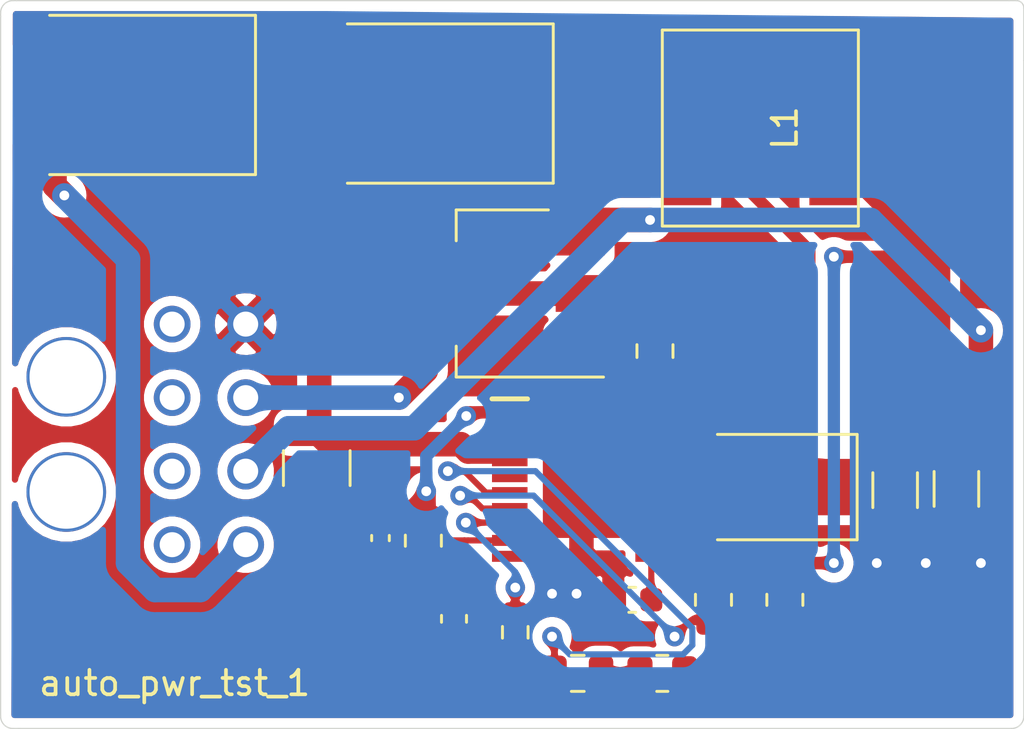
<source format=kicad_pcb>
(kicad_pcb (version 20171130) (host pcbnew 5.1.10)
  (layers (0 F.Cu signal) (31 B.Cu signal) (34 B.Paste user) (35 F.Paste user) (36 B.SilkS user) (37 F.SilkS user) (38 B.Mask user) (39 F.Mask user) (44 Edge.Cuts user))
  (net 0 "")
  (net 1 "Net-(Cboot1-Pad2)")
  (net 2 "Net-(Cboot1-Pad1)")
  (net 3 GND)
  (net 4 "Net-(Cbyp1-Pad1)")
  (net 5 "Net-(Ccomp1-Pad2)")
  (net 6 comp)
  (net 7 "Net-(Cin1-Pad1)")
  (net 8 +12V)
  (net 9 "Net-(Cramp1-Pad1)")
  (net 10 "Net-(Css1-Pad1)")
  (net 11 "Net-(D1-Pad2)")
  (net 12 "Net-(IC1-Pad2)")
  (net 13 "Net-(IC1-Pad5)")
  (net 14 fb)
  (net 15 "Net-(IC1-Pad8)")
  (net 16 +3V3)
  (net 17 "Net-(J1-Pad8)")
  (net 18 "Net-(J1-Pad7)")
  (net 19 "Net-(J1-Pad6)")
  (net 20 "Net-(D2-Pad2)")
  (net 21 "Net-(J1-Pad5)")
  (module split:PINREX_733-72-08TB10 (layer F.Cu) (at 70.18 50.25 90)
    (fp_text reference J1 hide)
    (fp_text value Conn_02x04_Counter_Clockwise hide)
    (pad 1 thru_hole circle (at 4.5 4.32 270) (size 1.5 1.5) (drill 1.02) (layers *.Cu *.Mask) (net 3 GND))
    (pad 2 thru_hole circle (at 1.5 4.32 270) (size 1.5 1.5) (drill 1.02) (layers *.Cu *.Mask) (net 16 +3V3))
    (pad 3 thru_hole circle (at -1.5 4.32 270) (size 1.5 1.5) (drill 1.02) (layers *.Cu *.Mask) (net 8 +12V))
    (pad 4 thru_hole circle (at -4.5 4.32 270) (size 1.5 1.5) (drill 1.02) (layers *.Cu *.Mask) (net 20 "Net-(D2-Pad2)"))
    (pad 5 thru_hole circle (at -4.5 1.32 270) (size 1.5 1.5) (drill 1.02) (layers *.Cu *.Mask) (net 21 "Net-(J1-Pad5)"))
    (pad 6 thru_hole circle (at -1.5 1.32 270) (size 1.5 1.5) (drill 1.02) (layers *.Cu *.Mask) (net 19 "Net-(J1-Pad6)"))
    (pad 7 thru_hole circle (at 1.5 1.32 270) (size 1.5 1.5) (drill 1.02) (layers *.Cu *.Mask) (net 18 "Net-(J1-Pad7)"))
    (pad 8 thru_hole circle (at 4.5 1.32) (size 1.5 1.5) (drill 1.02) (layers *.Cu *.Mask) (net 17 "Net-(J1-Pad8)"))
    (pad "" thru_hole circle (at -2.35 -3 270) (size 3.25 3.25) (drill 3) (layers *.Cu *.Mask))
    (pad "" thru_hole circle (at 2.35 -3 270) (size 3.25 3.25) (drill 3) (layers *.Cu *.Mask))
  )
  (module split:SWPA8040S330MT (layer F.Cu) (at 95.5 37.75 90)
    (fp_text reference L1 (at 0 1 90) (layer F.SilkS))
    (fp_text value 33uH)
    (pad 2 smd rect (at 0 3 90) (size 6.3 2) (layers F.Cu F.Paste F.Mask) (net 8 +12V))
    (pad 1 smd rect (at 0 -3 90) (size 6.3 2) (layers F.Cu F.Paste F.Mask) (net 2 "Net-(Cboot1-Pad1)"))
  )
  (module Diode_SMD:D_SMC (layer F.Cu) (at 82.25 36.75 180)
    (fp_text reference D3 hide)
    (fp_text value D_TVS hide)
    (pad 2 smd rect (at 3.4 0 270) (size 3.3 2.5) (layers F.Cu F.Paste F.Mask) (net 3 GND))
    (pad 1 smd rect (at -3.4 0 270) (size 3.3 2.5) (layers F.Cu F.Paste F.Mask) (net 7 "Net-(Cin1-Pad1)"))
  )
  (module Diode_SMD:D_SMC (layer F.Cu) (at 70.1 36.4 180)
    (fp_text reference D2 hide)
    (fp_text value D_Small hide)
    (pad 2 smd rect (at 3.4 0 270) (size 3.3 2.5) (layers F.Cu F.Paste F.Mask) (net 20 "Net-(D2-Pad2)"))
    (pad 1 smd rect (at -3.4 0 270) (size 3.3 2.5) (layers F.Cu F.Paste F.Mask) (net 7 "Net-(Cin1-Pad1)"))
  )
  (module Package_TO_SOT_SMD:SOT-223-3_TabPin2 (layer F.Cu) (at 85 44.5 180)
    (fp_text reference U1 hide)
    (fp_text value AMS1117-3.3 hide)
    (pad 1 smd rect (at -3.15 -2.3 180) (size 2 1.5) (layers F.Cu F.Paste F.Mask) (net 3 GND))
    (pad 3 smd rect (at -3.15 2.3 180) (size 2 1.5) (layers F.Cu F.Paste F.Mask) (net 8 +12V))
    (pad 2 smd rect (at -3.15 0 180) (size 2 1.5) (layers F.Cu F.Paste F.Mask) (net 16 +3V3))
    (pad 2 smd rect (at 3.15 0 180) (size 2 3.8) (layers F.Cu F.Paste F.Mask) (net 16 +3V3))
  )
  (module Resistor_SMD:R_0603_1608Metric (layer F.Cu) (at 85.5 58.325 270)
    (fp_text reference Rt1 hide)
    (fp_text value 10.7KOhm hide)
    (pad 2 smd roundrect (at 0.825 0 270) (size 0.8 0.95) (layers F.Cu F.Paste F.Mask) (net 3 GND))
    (pad 1 smd roundrect (at -0.825 0 270) (size 0.8 0.95) (layers F.Cu F.Paste F.Mask) (net 15 "Net-(IC1-Pad8)"))
  )
  (module Resistor_SMD:R_0805_2012Metric (layer F.Cu) (at 81.75 54.5875 270)
    (fp_text reference Rramp1 hide)
    (fp_text value 205kOhm hide)
    (pad 2 smd roundrect (at 0.9125 0 270) (size 1.025 1.4) (layers F.Cu F.Paste F.Mask) (roundrect_rratio 0.2439004878048781) (net 9 "Net-(Cramp1-Pad1)"))
    (pad 1 smd roundrect (at -0.9125 0 270) (size 1.025 1.4) (layers F.Cu F.Paste F.Mask) (roundrect_rratio 0.2439004878048781) (net 4 "Net-(Cbyp1-Pad1)"))
  )
  (module Resistor_SMD:R_0805_2012Metric (layer F.Cu) (at 93.5875 57 270)
    (fp_text reference Rfb2 hide)
    (fp_text value 8.87kOhm hide)
    (pad 2 smd roundrect (at 0.9125 0 270) (size 1.025 1.4) (layers F.Cu F.Paste F.Mask) (roundrect_rratio 0.2439004878048781) (net 14 fb))
    (pad 1 smd roundrect (at -0.9125 0 270) (size 1.025 1.4) (layers F.Cu F.Paste F.Mask) (roundrect_rratio 0.2439004878048781) (net 8 +12V))
  )
  (module Resistor_SMD:R_0805_2012Metric (layer F.Cu) (at 96.5 57 270)
    (fp_text reference Rfb1 hide)
    (fp_text value 1.02kOhm hide)
    (pad 2 smd roundrect (at 0.9125 0 270) (size 1.025 1.4) (layers F.Cu F.Paste F.Mask) (roundrect_rratio 0.2439004878048781) (net 3 GND))
    (pad 1 smd roundrect (at -0.9125 0 270) (size 1.025 1.4) (layers F.Cu F.Paste F.Mask) (roundrect_rratio 0.2439004878048781) (net 14 fb))
  )
  (module Resistor_SMD:R_0805_2012Metric (layer F.Cu) (at 91.5 60)
    (fp_text reference Rcomp1 hide)
    (fp_text value 16kOhm hide)
    (pad 2 smd roundrect (at 0.9125 0) (size 1.025 1.4) (layers F.Cu F.Paste F.Mask) (roundrect_rratio 0.2439004878048781) (net 14 fb))
    (pad 1 smd roundrect (at -0.9125 0) (size 1.025 1.4) (layers F.Cu F.Paste F.Mask) (roundrect_rratio 0.2439004878048781) (net 5 "Net-(Ccomp1-Pad2)"))
  )
  (module split:SOP65P640X110-21N (layer F.Cu) (at 88.2 52.3)
    (fp_text reference IC1 hide)
    (fp_text value LM5005MHX_NOPB hide)
    (pad 1 smd rect (at -2.925 -2.925 90) (size 0.45 1.45) (layers F.Cu F.Paste F.Mask) (net 4 "Net-(Cbyp1-Pad1)"))
    (pad 2 smd rect (at -2.925 -2.275 90) (size 0.45 1.45) (layers F.Cu F.Paste F.Mask) (net 12 "Net-(IC1-Pad2)"))
    (pad 3 smd rect (at -2.925 -1.625 90) (size 0.45 1.45) (layers F.Cu F.Paste F.Mask) (net 7 "Net-(Cin1-Pad1)"))
    (pad 4 smd rect (at -2.925 -0.975 90) (size 0.45 1.45) (layers F.Cu F.Paste F.Mask) (net 7 "Net-(Cin1-Pad1)"))
    (pad 5 smd rect (at -2.925 -0.325 90) (size 0.45 1.45) (layers F.Cu F.Paste F.Mask) (net 13 "Net-(IC1-Pad5)"))
    (pad 6 smd rect (at -2.925 0.325 90) (size 0.45 1.45) (layers F.Cu F.Paste F.Mask) (net 6 comp))
    (pad 7 smd rect (at -2.925 0.975 90) (size 0.45 1.45) (layers F.Cu F.Paste F.Mask) (net 14 fb))
    (pad 8 smd rect (at -2.925 1.625 90) (size 0.45 1.45) (layers F.Cu F.Paste F.Mask) (net 15 "Net-(IC1-Pad8)"))
    (pad 9 smd rect (at -2.925 2.275 90) (size 0.45 1.45) (layers F.Cu F.Paste F.Mask) (net 9 "Net-(Cramp1-Pad1)"))
    (pad 10 smd rect (at -2.925 2.925 90) (size 0.45 1.45) (layers F.Cu F.Paste F.Mask) (net 3 GND))
    (pad 11 smd rect (at 2.925 2.925 90) (size 0.45 1.45) (layers F.Cu F.Paste F.Mask) (net 10 "Net-(Css1-Pad1)"))
    (pad 12 smd rect (at 2.925 2.275 90) (size 0.45 1.45) (layers F.Cu F.Paste F.Mask) (net 8 +12V))
    (pad 13 smd rect (at 2.925 1.625 90) (size 0.45 1.45) (layers F.Cu F.Paste F.Mask) (net 3 GND))
    (pad 14 smd rect (at 2.925 0.975 90) (size 0.45 1.45) (layers F.Cu F.Paste F.Mask) (net 3 GND))
    (pad 15 smd rect (at 2.925 0.325 90) (size 0.45 1.45) (layers F.Cu F.Paste F.Mask) (net 11 "Net-(D1-Pad2)"))
    (pad 16 smd rect (at 2.925 -0.325 90) (size 0.45 1.45) (layers F.Cu F.Paste F.Mask) (net 11 "Net-(D1-Pad2)"))
    (pad 17 smd rect (at 2.925 -0.975 90) (size 0.45 1.45) (layers F.Cu F.Paste F.Mask) (net 2 "Net-(Cboot1-Pad1)"))
    (pad 18 smd rect (at 2.925 -1.625 90) (size 0.45 1.45) (layers F.Cu F.Paste F.Mask) (net 2 "Net-(Cboot1-Pad1)"))
    (pad 19 smd rect (at 2.925 -2.275 90) (size 0.45 1.45) (layers F.Cu F.Paste F.Mask) (net 2 "Net-(Cboot1-Pad1)"))
    (pad 20 smd rect (at 2.925 -2.925 90) (size 0.45 1.45) (layers F.Cu F.Paste F.Mask) (net 1 "Net-(Cboot1-Pad2)"))
    (pad 21 smd rect (at 0 0) (size 3.15 4.35) (layers F.Cu F.Paste F.Mask) (net 3 GND))
  )
  (module Diode_SMD:D_SMB (layer F.Cu) (at 95.9 52.4 180)
    (fp_text reference D1 hide)
    (fp_text value D_Schottky hide)
    (pad 2 smd rect (at 2.15 0 180) (size 2.5 2.3) (layers F.Cu F.Paste F.Mask) (net 11 "Net-(D1-Pad2)"))
    (pad 1 smd rect (at -2.15 0 180) (size 2.5 2.3) (layers F.Cu F.Paste F.Mask) (net 2 "Net-(Cboot1-Pad1)"))
  )
  (module Capacitor_SMD:C_0603_1608Metric (layer F.Cu) (at 90.275 57 180)
    (fp_text reference Css1 hide)
    (fp_text value 6.8nF hide)
    (pad 2 smd roundrect (at 0.775 0 180) (size 0.9 0.95) (layers F.Cu F.Paste F.Mask) (net 3 GND))
    (pad 1 smd roundrect (at -0.775 0 180) (size 0.9 0.95) (layers F.Cu F.Paste F.Mask) (net 10 "Net-(Css1-Pad1)"))
  )
  (module Capacitor_SMD:C_0603_1608Metric (layer F.Cu) (at 83 57.775 270)
    (fp_text reference Cramp1 hide)
    (fp_text value 330pF hide)
    (pad 2 smd roundrect (at 0.775 0 270) (size 0.9 0.95) (layers F.Cu F.Paste F.Mask) (net 3 GND))
    (pad 1 smd roundrect (at -0.775 0 270) (size 0.9 0.95) (layers F.Cu F.Paste F.Mask) (net 9 "Net-(Cramp1-Pad1)"))
  )
  (module Capacitor_SMD:C_1206_3216Metric (layer F.Cu) (at 101 52.525 270)
    (fp_text reference Cout_2 hide)
    (fp_text value 10uF hide)
    (pad 2 smd roundrect (at 1.475 0 270) (size 1.15 1.8) (layers F.Cu F.Paste F.Mask) (roundrect_rratio 0.2173904347826087) (net 3 GND))
    (pad 1 smd roundrect (at -1.475 0 270) (size 1.15 1.8) (layers F.Cu F.Paste F.Mask) (roundrect_rratio 0.2173904347826087) (net 8 +12V))
  )
  (module Capacitor_SMD:C_1206_3216Metric (layer F.Cu) (at 103.5 52.475 270)
    (fp_text reference Cout_1 hide)
    (fp_text value 10uF hide)
    (pad 2 smd roundrect (at 1.475 0 270) (size 1.15 1.8) (layers F.Cu F.Paste F.Mask) (roundrect_rratio 0.2173904347826087) (net 3 GND))
    (pad 1 smd roundrect (at -1.475 0 270) (size 1.15 1.8) (layers F.Cu F.Paste F.Mask) (roundrect_rratio 0.2173904347826087) (net 8 +12V))
  )
  (module Capacitor_SMD:C_1210_3225Metric (layer F.Cu) (at 77.4 51.625 270)
    (fp_text reference Cin1 hide)
    (fp_text value 2.2uF hide)
    (pad 2 smd roundrect (at 1.475 0 270) (size 1.15 2.7) (layers F.Cu F.Paste F.Mask) (roundrect_rratio 0.2173904347826087) (net 3 GND))
    (pad 1 smd roundrect (at -1.475 0 270) (size 1.15 2.7) (layers F.Cu F.Paste F.Mask) (roundrect_rratio 0.2173904347826087) (net 7 "Net-(Cin1-Pad1)"))
  )
  (module Capacitor_SMD:C_0805_2012Metric (layer F.Cu) (at 88.05 60)
    (fp_text reference Ccomp1 hide)
    (fp_text value 2.2nF hide)
    (pad 2 smd roundrect (at 0.95 0) (size 1 1.45) (layers F.Cu F.Paste F.Mask) (net 5 "Net-(Ccomp1-Pad2)"))
    (pad 1 smd roundrect (at -0.95 0) (size 1 1.45) (layers F.Cu F.Paste F.Mask) (net 6 comp))
  )
  (module Capacitor_SMD:C_0402_1005Metric (layer F.Cu) (at 80 54.48 270)
    (fp_text reference Cbyp1 hide)
    (fp_text value 220nF hide)
    (pad 2 smd roundrect (at 0.48 0 270) (size 0.56 0.62) (layers F.Cu F.Paste F.Mask) (net 3 GND))
    (pad 1 smd roundrect (at -0.48 0 270) (size 0.56 0.62) (layers F.Cu F.Paste F.Mask) (net 4 "Net-(Cbyp1-Pad1)"))
  )
  (module Capacitor_SMD:C_0805_2012Metric (layer F.Cu) (at 91.2 46.85 270)
    (fp_text reference Cboot1 hide)
    (fp_text value 22nF hide)
    (pad 2 smd roundrect (at 0.95 0 270) (size 1 1.45) (layers F.Cu F.Paste F.Mask) (net 1 "Net-(Cboot1-Pad2)"))
    (pad 1 smd roundrect (at -0.95 0 270) (size 1 1.45) (layers F.Cu F.Paste F.Mask) (net 2 "Net-(Cboot1-Pad1)"))
  )
  (gr_line (start 64.5 33.2) (end 64.5 33.05) (layer Edge.Cuts) (width 0.05))
  (gr_line (start 65.15 32.55) (end 65 32.55) (layer Edge.Cuts) (width 0.05))
  (gr_arc (start 65 33.05) (end 65 32.55) (angle -90) (layer Edge.Cuts) (width 0.05))
  (gr_line (start 64.5 35.25) (end 64.5 33.2) (layer Edge.Cuts) (width 0.05))
  (gr_line (start 106.25 32.85) (end 106.25 35) (layer Edge.Cuts) (width 0.05))
  (gr_line (start 105.65 32.55) (end 105.95 32.55) (layer Edge.Cuts) (width 0.05))
  (gr_arc (start 105.95 32.85) (end 106.25 32.85) (angle -90) (layer Edge.Cuts) (width 0.05))
  (gr_line (start 105.65 32.55) (end 65.15 32.55) (layer Edge.Cuts) (width 0.05))
  (gr_text auto_pwr_tst_1 (at 71.6 60.4) (layer F.SilkS) (effects (font (size 1 1))))
  (gr_line (start 64.5 35.25) (end 64.5 35.5) (layer Edge.Cuts) (width 0.05))
  (gr_line (start 64.5 61.75) (end 64.5 35.5) (layer Edge.Cuts) (width 0.05))
  (gr_line (start 65 62.25) (end 65.25 62.25) (layer Edge.Cuts) (width 0.05))
  (gr_arc (start 65 61.75) (end 64.5 61.75) (angle -90) (layer Edge.Cuts) (width 0.05))
  (gr_line (start 105.75 62.25) (end 65.25 62.25) (layer Edge.Cuts) (width 0.05))
  (gr_line (start 106.25 35) (end 106.25 61.75) (layer Edge.Cuts) (width 0.05))
  (gr_arc (start 105.75 61.75) (end 105.75 62.25) (angle -90) (layer Edge.Cuts) (width 0.05))
  (segment (start 91.2 49.274991) (end 91.125 49.349991) (width 0.5) (layer F.Cu) (net 1))
  (segment (start 91.2 47.8) (end 91.2 49.274991) (width 0.5) (layer F.Cu) (net 1))
  (segment (start 91.639999 51.299999) (end 91.125 51.299999) (width 0.5) (layer F.Cu) (net 2))
  (segment (start 92.264998 50.675) (end 92.419999 50.519999) (width 0.5) (layer F.Cu) (net 2))
  (segment (start 91.125 50.675) (end 92.264998 50.675) (width 0.5) (layer F.Cu) (net 2))
  (segment (start 92.419999 50.519999) (end 91.639999 51.299999) (width 0.5) (layer F.Cu) (net 2))
  (segment (start 92.889997 50.050001) (end 91.125 50.050001) (width 0.5) (layer F.Cu) (net 2))
  (segment (start 92.419999 50.519999) (end 92.889997 50.050001) (width 0.5) (layer F.Cu) (net 2))
  (segment (start 98.05 52.4) (end 98.05 52.275002) (width 0.5) (layer F.Cu) (net 2))
  (segment (start 91.5 45.9) (end 91.2 45.9) (width 0.5) (layer F.Cu) (net 2))
  (segment (start 91.6 46) (end 91.5 45.9) (width 0.5) (layer F.Cu) (net 2))
  (segment (start 97.799998 52.4) (end 95.449999 50.050001) (width 0.5) (layer F.Cu) (net 2))
  (segment (start 98.05 52.4) (end 97.799998 52.4) (width 0.5) (layer F.Cu) (net 2))
  (segment (start 92.889997 50.050001) (end 95.449999 50.050001) (width 0.5) (layer F.Cu) (net 2))
  (segment (start 92.549998 45.9) (end 96.699999 50.050001) (width 0.5) (layer F.Cu) (net 2))
  (segment (start 91.2 45.9) (end 92.549998 45.9) (width 0.5) (layer F.Cu) (net 2))
  (segment (start 95.449999 50.050001) (end 96.699999 50.050001) (width 0.5) (layer F.Cu) (net 2))
  (segment (start 97.5 42.75) (end 92.5 37.75) (width 0.5) (layer F.Cu) (net 2))
  (segment (start 97.5 49.25) (end 97.5 42.75) (width 0.5) (layer F.Cu) (net 2))
  (segment (start 96.699999 50.050001) (end 97.5 49.25) (width 0.5) (layer F.Cu) (net 2))
  (via (at 87 56.75) (size 0.8) (drill 0.4) (layers F.Cu B.Cu) (net 3))
  (via (at 88 56.75) (size 0.8) (drill 0.4) (layers F.Cu B.Cu) (net 3))
  (segment (start 89.175 53.275) (end 91.125 53.275) (width 0.25) (layer F.Cu) (net 3))
  (segment (start 88.2 52.3) (end 89.175 53.275) (width 0.25) (layer F.Cu) (net 3))
  (segment (start 89.825 53.925) (end 91.125 53.925) (width 0.25) (layer F.Cu) (net 3))
  (segment (start 88.2 52.3) (end 89.825 53.925) (width 0.25) (layer F.Cu) (net 3))
  (segment (start 88.2 54.725) (end 88.2 52.3) (width 0.25) (layer F.Cu) (net 3))
  (segment (start 87.7 55.225) (end 88.2 54.725) (width 0.25) (layer F.Cu) (net 3))
  (segment (start 85.275 55.225) (end 87.7 55.225) (width 0.25) (layer F.Cu) (net 3))
  (via (at 104.5 55.5) (size 0.8) (drill 0.4) (layers F.Cu B.Cu) (net 3))
  (via (at 102.25 55.5) (size 0.8) (drill 0.4) (layers F.Cu B.Cu) (net 3))
  (via (at 100.25 55.5) (size 0.8) (drill 0.4) (layers F.Cu B.Cu) (net 3))
  (via (at 83.5 49.5) (size 0.8) (drill 0.4) (layers F.Cu B.Cu) (net 4))
  (segment (start 83.650001 49.349999) (end 85.275 49.349999) (width 0.5) (layer F.Cu) (net 4))
  (segment (start 83.5 49.5) (end 83.650001 49.349999) (width 0.5) (layer F.Cu) (net 4))
  (segment (start 80 54) (end 80.43823 54) (width 0.5) (layer F.Cu) (net 4))
  (segment (start 83.5 49.5) (end 81.867636 51.132364) (width 0.5) (layer B.Cu) (net 4))
  (segment (start 80.43823 54) (end 81.867636 52.570594) (width 0.5) (layer F.Cu) (net 4))
  (via (at 81.867636 52.570594) (size 0.8) (drill 0.4) (layers F.Cu B.Cu) (net 4))
  (segment (start 82 52.702958) (end 81.867636 52.570594) (width 0.5) (layer F.Cu) (net 4))
  (segment (start 81.867636 51.132364) (end 81.867636 52.570594) (width 0.5) (layer B.Cu) (net 4))
  (segment (start 82 53.675) (end 82 52.702958) (width 0.5) (layer F.Cu) (net 4))
  (segment (start 90.5875 60) (end 89 60) (width 0.5) (layer F.Cu) (net 5))
  (via (at 87 58.5) (size 0.8) (drill 0.4) (layers F.Cu B.Cu) (net 6))
  (segment (start 87.1 58.6) (end 87 58.5) (width 0.25) (layer F.Cu) (net 6))
  (segment (start 87.1 60) (end 87.1 58.6) (width 0.25) (layer F.Cu) (net 6))
  (segment (start 84.3 52.625) (end 83.450012 51.775012) (width 0.25) (layer F.Cu) (net 6))
  (segment (start 83.450012 51.775012) (end 82.775012 51.775012) (width 0.25) (layer F.Cu) (net 6))
  (segment (start 92.348001 59.225001) (end 92.725001 58.848001) (width 0.25) (layer B.Cu) (net 6))
  (segment (start 87 58.5) (end 87.725001 59.225001) (width 0.25) (layer B.Cu) (net 6))
  (segment (start 85.275 52.625) (end 84.3 52.625) (width 0.25) (layer F.Cu) (net 6))
  (segment (start 86.323002 51.75) (end 82.75 51.75) (width 0.25) (layer B.Cu) (net 6))
  (segment (start 92.725001 58.848001) (end 92.725001 58.151999) (width 0.25) (layer B.Cu) (net 6))
  (segment (start 87.725001 59.225001) (end 92.348001 59.225001) (width 0.25) (layer B.Cu) (net 6))
  (via (at 82.75 51.75) (size 0.8) (drill 0.4) (layers F.Cu B.Cu) (net 6))
  (segment (start 92.725001 58.151999) (end 86.323002 51.75) (width 0.25) (layer B.Cu) (net 6))
  (segment (start 82.775012 51.775012) (end 82.75 51.75) (width 0.25) (layer F.Cu) (net 6))
  (segment (start 77.4 50.15) (end 77.950001 50.700001) (width 0.5) (layer F.Cu) (net 7))
  (segment (start 83.578003 50.950001) (end 85.275 50.950001) (width 1) (layer F.Cu) (net 7))
  (segment (start 77.899999 50.649999) (end 83.278001 50.649999) (width 1) (layer F.Cu) (net 7))
  (segment (start 83.278001 50.649999) (end 83.578003 50.950001) (width 1) (layer F.Cu) (net 7))
  (segment (start 77.4 50.15) (end 77.899999 50.649999) (width 1) (layer F.Cu) (net 7))
  (segment (start 82.9 34) (end 85.65 36.75) (width 1) (layer F.Cu) (net 7))
  (segment (start 75.9 34) (end 82.9 34) (width 1) (layer F.Cu) (net 7))
  (segment (start 73.5 36.4) (end 75.9 34) (width 1) (layer F.Cu) (net 7))
  (segment (start 77.5 50.05) (end 77.4 50.15) (width 1) (layer F.Cu) (net 7))
  (segment (start 77.5 44.5) (end 77.5 50.05) (width 1) (layer F.Cu) (net 7))
  (segment (start 85.25 36.75) (end 77.5 44.5) (width 1) (layer F.Cu) (net 7))
  (segment (start 85.65 36.75) (end 85.25 36.75) (width 1) (layer F.Cu) (net 7))
  (segment (start 101.05 51) (end 101 51.05) (width 1) (layer F.Cu) (net 8))
  (segment (start 98.8 38.325) (end 102.250001 41.775001) (width 2) (layer F.Cu) (net 8))
  (segment (start 102.5 51) (end 101.05 51) (width 1) (layer F.Cu) (net 8))
  (segment (start 103.5 51) (end 102.5 51) (width 1) (layer F.Cu) (net 8))
  (segment (start 93.5875 56.0625) (end 93.5875 56.0875) (width 0.25) (layer F.Cu) (net 8))
  (segment (start 92.1 54.575) (end 93.5875 56.0625) (width 0.25) (layer F.Cu) (net 8))
  (segment (start 91.125 54.575) (end 92.1 54.575) (width 0.25) (layer F.Cu) (net 8))
  (segment (start 93.5875 56.0875) (end 94.55001 55.12499) (width 0.5) (layer F.Cu) (net 8))
  (via (at 98.5 55.5) (size 0.8) (drill 0.4) (layers F.Cu B.Cu) (net 8))
  (segment (start 97.614966 55.5) (end 98.5 55.5) (width 0.5) (layer F.Cu) (net 8))
  (segment (start 97.239956 55.12499) (end 97.614966 55.5) (width 0.5) (layer F.Cu) (net 8))
  (segment (start 94.55001 55.12499) (end 97.239956 55.12499) (width 0.5) (layer F.Cu) (net 8))
  (via (at 98.5 43) (size 0.8) (drill 0.4) (layers F.Cu B.Cu) (net 8))
  (segment (start 98.5 55.5) (end 98.5 43) (width 0.5) (layer B.Cu) (net 8))
  (segment (start 98.5 43) (end 100.5 43) (width 0.5) (layer F.Cu) (net 8))
  (segment (start 100.5 43) (end 102.250001 44.750001) (width 0.5) (layer F.Cu) (net 8))
  (segment (start 102.250001 44.750001) (end 102.250001 46.750001) (width 2) (layer F.Cu) (net 8))
  (segment (start 102.250001 41.775001) (end 102.250001 44.750001) (width 2) (layer F.Cu) (net 8))
  (via (at 91 41.5) (size 0.8) (drill 0.4) (layers F.Cu B.Cu) (net 8))
  (segment (start 88.85 41.5) (end 88.15 42.2) (width 1) (layer F.Cu) (net 8))
  (segment (start 91 41.5) (end 88.85 41.5) (width 1) (layer F.Cu) (net 8))
  (segment (start 102.250001 47.749999) (end 102.250001 50.750001) (width 2) (layer F.Cu) (net 8))
  (segment (start 102.250001 46.750001) (end 102.250001 47.749999) (width 2) (layer F.Cu) (net 8))
  (segment (start 100 41.5) (end 104.5 46) (width 1) (layer B.Cu) (net 8))
  (segment (start 91 41.5) (end 100 41.5) (width 1) (layer B.Cu) (net 8))
  (segment (start 104.5 48.500002) (end 104.5 46) (width 1) (layer F.Cu) (net 8))
  (segment (start 102.250001 50.750001) (end 104.5 48.500002) (width 1) (layer F.Cu) (net 8))
  (via (at 104.5 46) (size 0.8) (drill 0.4) (layers F.Cu B.Cu) (net 8))
  (segment (start 81.371998 50) (end 89.871998 41.5) (width 1) (layer B.Cu) (net 8))
  (segment (start 89.871998 41.5) (end 91 41.5) (width 1) (layer B.Cu) (net 8))
  (segment (start 76.25 50) (end 74.5 51.75) (width 1) (layer B.Cu) (net 8))
  (segment (start 81.371998 50) (end 76.25 50) (width 1) (layer B.Cu) (net 8))
  (segment (start 82 55.5) (end 82.925 54.575) (width 0.25) (layer F.Cu) (net 9))
  (segment (start 83.575 54.575) (end 85.275 54.575) (width 0.25) (layer F.Cu) (net 9))
  (segment (start 83 55) (end 83.425 54.575) (width 0.25) (layer F.Cu) (net 9))
  (segment (start 83 57) (end 83 55) (width 0.25) (layer F.Cu) (net 9))
  (segment (start 83.425 54.575) (end 83.575 54.575) (width 0.25) (layer F.Cu) (net 9))
  (segment (start 82.925 54.575) (end 83.425 54.575) (width 0.25) (layer F.Cu) (net 9))
  (segment (start 91.05 55.3) (end 91.125 55.225) (width 0.25) (layer F.Cu) (net 10))
  (segment (start 91.05 57) (end 91.05 55.3) (width 0.25) (layer F.Cu) (net 10))
  (segment (start 92.410001 52.349999) (end 91.125 52.349999) (width 1) (layer F.Cu) (net 11))
  (segment (start 92.460002 52.4) (end 92.410001 52.349999) (width 1) (layer F.Cu) (net 11))
  (segment (start 93.75 52.4) (end 92.460002 52.4) (width 1) (layer F.Cu) (net 11))
  (segment (start 93.5875 57.9125) (end 94.675 57.9125) (width 0.5) (layer F.Cu) (net 14))
  (segment (start 92.4125 60) (end 94.5 60) (width 0.5) (layer F.Cu) (net 14))
  (segment (start 95.04375 59.45625) (end 95.04375 57.54375) (width 0.5) (layer F.Cu) (net 14))
  (segment (start 94.5 60) (end 95.04375 59.45625) (width 0.5) (layer F.Cu) (net 14))
  (segment (start 95.04375 57.54375) (end 96.5 56.0875) (width 0.5) (layer F.Cu) (net 14))
  (segment (start 94.675 57.9125) (end 95.04375 57.54375) (width 0.5) (layer F.Cu) (net 14))
  (via (at 92 58.5) (size 0.8) (drill 0.4) (layers F.Cu B.Cu) (net 14))
  (segment (start 92.5875 57.9125) (end 92 58.5) (width 0.25) (layer F.Cu) (net 14))
  (segment (start 93.5875 57.9125) (end 92.5875 57.9125) (width 0.25) (layer F.Cu) (net 14))
  (via (at 83.25 52.75) (size 0.8) (drill 0.4) (layers F.Cu B.Cu) (net 14))
  (segment (start 84.161242 53.275) (end 85.275 53.275) (width 0.25) (layer F.Cu) (net 14))
  (segment (start 83.252975 52.747025) (end 83.25 52.75) (width 0.25) (layer B.Cu) (net 14))
  (segment (start 86.247025 52.747025) (end 83.252975 52.747025) (width 0.25) (layer B.Cu) (net 14))
  (segment (start 92 58.5) (end 86.247025 52.747025) (width 0.25) (layer B.Cu) (net 14))
  (segment (start 83.636242 52.75) (end 84.161242 53.275) (width 0.25) (layer F.Cu) (net 14))
  (segment (start 83.25 52.75) (end 83.636242 52.75) (width 0.25) (layer F.Cu) (net 14))
  (via (at 85.5 56.5) (size 0.8) (drill 0.4) (layers F.Cu B.Cu) (net 15))
  (segment (start 85.5 57.5) (end 85.5 56.5) (width 0.25) (layer F.Cu) (net 15))
  (segment (start 85.5 55.868771) (end 83.481229 53.85) (width 0.25) (layer B.Cu) (net 15))
  (via (at 83.481229 53.85) (size 0.8) (drill 0.4) (layers F.Cu B.Cu) (net 15))
  (segment (start 85.5 56.5) (end 85.5 55.868771) (width 0.25) (layer B.Cu) (net 15))
  (segment (start 85.2 53.85) (end 85.275 53.925) (width 0.25) (layer F.Cu) (net 15))
  (segment (start 83.481229 53.85) (end 85.2 53.85) (width 0.25) (layer F.Cu) (net 15))
  (segment (start 88.15 44.5) (end 81.85 44.5) (width 1) (layer F.Cu) (net 16))
  (via (at 80.75 48.75) (size 0.8) (drill 0.4) (layers F.Cu B.Cu) (net 16))
  (segment (start 81.85 47.65) (end 80.75 48.75) (width 1) (layer F.Cu) (net 16))
  (segment (start 81.85 44.5) (end 81.85 47.65) (width 1) (layer F.Cu) (net 16))
  (segment (start 80.75 48.75) (end 74.5 48.75) (width 1) (layer B.Cu) (net 16))
  (via (at 67.1 40.5) (size 0.8) (drill 0.4) (layers F.Cu B.Cu) (net 20))
  (segment (start 66.7 40.1) (end 67.1 40.5) (width 1) (layer F.Cu) (net 20))
  (segment (start 66.7 36.4) (end 66.7 40.1) (width 1) (layer F.Cu) (net 20))
  (segment (start 72.65 56.6) (end 74.5 54.75) (width 1) (layer B.Cu) (net 20))
  (segment (start 70.8 56.6) (end 72.65 56.6) (width 1) (layer B.Cu) (net 20))
  (segment (start 69.7 55.5) (end 70.8 56.6) (width 1) (layer B.Cu) (net 20))
  (segment (start 69.7 43.1) (end 69.7 55.5) (width 1) (layer B.Cu) (net 20))
  (segment (start 67.1 40.5) (end 69.7 43.1) (width 1) (layer B.Cu) (net 20))
  (zone (net 3) (net_name GND) (layer B.Cu) (connect_pads (clearance 0.4)) (min_thickness 0.254) (fill yes (arc_segments 32) (thermal_gap 0.508) (thermal_bridge_width 0.508) (smoothing chamfer))
    (polygon (pts (xy 106.0625 61.875) (xy 64.9375 62.125) (xy 65 32.85) (xy 105.875 33.25)))
  )
  (zone (net 3) (net_name GND) (layer F.Cu) (connect_pads (clearance 0.4)) (min_thickness 0.254) (fill yes (arc_segments 32) (thermal_gap 0.508) (thermal_bridge_width 1) (smoothing chamfer))
    (polygon (pts (xy 106.0625 61.875) (xy 64.9375 62.125) (xy 65 32.9) (xy 105.9 33.25)))
  )
  (zone (net 1) (net_name "Net-(Cboot1-Pad2)") (layer F.Cu) (priority 16962) (connect_pads yes (clearance 0.2)) (min_thickness 0.0254) (fill yes (arc_segments 32) (thermal_gap 0.508) (thermal_bridge_width 0.508))
    (polygon (pts (xy 91.45 48.79) (xy 91.451845 48.679233) (xy 91.45745 48.584141) (xy 91.466918 48.501642) (xy 91.480352 48.428656) (xy 91.497854 48.362101) (xy 91.519528 48.298895) (xy 91.545476 48.235958) (xy 91.575802 48.170207) (xy 91.610609 48.098563) (xy 91.65 48.017944) (xy 91.2 47.55) (xy 90.75 48.017944) (xy 90.78939 48.098563) (xy 90.824197 48.170207) (xy 90.854523 48.235958) (xy 90.880471 48.298895) (xy 90.902145 48.362101) (xy 90.919647 48.428656) (xy 90.933081 48.501642) (xy 90.942549 48.584141) (xy 90.948154 48.679233) (xy 90.95 48.79)))
  )
  (zone (net 2) (net_name "Net-(Cboot1-Pad1)") (layer F.Cu) (priority 16962) (connect_pads yes (clearance 0.2)) (min_thickness 0.0254) (fill yes (arc_segments 32) (thermal_gap 0.508) (thermal_bridge_width 0.508))
    (polygon (pts (xy 96.131227 51.084782) (xy 96.322383 51.292538) (xy 96.464751 51.481559) (xy 96.568224 51.657016) (xy 96.642696 51.82408) (xy 96.698062 51.987924) (xy 96.744216 52.153719) (xy 96.791051 52.326636) (xy 96.848461 52.511848) (xy 96.926341 52.714526) (xy 97.034585 52.939843) (xy 98.514234 52.739281) (xy 98.255995 51.268601) (xy 98.031089 51.236087) (xy 97.829654 51.220013) (xy 97.646871 51.212445) (xy 97.477919 51.20545) (xy 97.31798 51.191094) (xy 97.162233 51.161444) (xy 97.005859 51.108566) (xy 96.844038 51.024526) (xy 96.671952 50.901391) (xy 96.48478 50.731229)))
  )
  (zone (net 2) (net_name "Net-(Cboot1-Pad1)") (layer F.Cu) (priority 16962) (connect_pads yes (clearance 0.2)) (min_thickness 0.0254) (fill yes (arc_segments 32) (thermal_gap 0.508) (thermal_bridge_width 0.508))
    (polygon (pts (xy 92.19 45.65) (xy 92.079233 45.648154) (xy 91.984141 45.642549) (xy 91.901642 45.633081) (xy 91.828656 45.619647) (xy 91.762101 45.602145) (xy 91.698895 45.580471) (xy 91.635958 45.554523) (xy 91.570207 45.524197) (xy 91.498563 45.48939) (xy 91.417944 45.45) (xy 90.95 45.9) (xy 91.417944 46.35) (xy 91.498563 46.310609) (xy 91.570207 46.275802) (xy 91.635958 46.245476) (xy 91.698895 46.219528) (xy 91.762101 46.197854) (xy 91.828656 46.180352) (xy 91.901642 46.166918) (xy 91.984141 46.15745) (xy 92.079233 46.151845) (xy 92.19 46.15)))
  )
  (zone (net 2) (net_name "Net-(Cboot1-Pad1)") (layer F.Cu) (priority 16962) (connect_pads yes (clearance 0.2)) (min_thickness 0.0254) (fill yes (arc_segments 32) (thermal_gap 0.508) (thermal_bridge_width 0.508))
    (polygon (pts (xy 94.083918 38.980365) (xy 93.927758 38.810616) (xy 93.811724 38.655769) (xy 93.728453 38.511392) (xy 93.670585 38.373056) (xy 93.630758 38.236331) (xy 93.601612 38.096788) (xy 93.575786 37.949995) (xy 93.545918 37.791523) (xy 93.504648 37.616943) (xy 93.444616 37.421825) (xy 92.146447 37.396447) (xy 92.171825 38.694616) (xy 92.366943 38.754648) (xy 92.541523 38.795918) (xy 92.699995 38.825786) (xy 92.846788 38.851612) (xy 92.986331 38.880758) (xy 93.123056 38.920585) (xy 93.261392 38.978453) (xy 93.405769 39.061724) (xy 93.560616 39.177758) (xy 93.730365 39.333918)))
  )
  (zone (net 4) (net_name "Net-(Cbyp1-Pad1)") (layer F.Cu) (priority 16962) (connect_pads yes (clearance 0.2)) (min_thickness 0.0254) (fill yes (arc_segments 32) (thermal_gap 0.508) (thermal_bridge_width 0.508))
    (polygon (pts (xy 84.280001 49.099999) (xy 84.175279 49.100587) (xy 84.084325 49.102096) (xy 84.004452 49.10414) (xy 83.932975 49.106335) (xy 83.867208 49.108296) (xy 83.804463 49.109639) (xy 83.742056 49.109978) (xy 83.6773 49.108928) (xy 83.607509 49.106106) (xy 83.529997 49.101127) (xy 83.31397 49.573433) (xy 83.794358 49.770837) (xy 83.832064 49.732298) (xy 83.869233 49.699727) (xy 83.906971 49.672675) (xy 83.946385 49.650692) (xy 83.988581 49.633326) (xy 84.034664 49.620127) (xy 84.085741 49.610645) (xy 84.142919 49.60443) (xy 84.207303 49.601031) (xy 84.280001 49.599999)))
  )
  (zone (net 4) (net_name "Net-(Cbyp1-Pad1)") (layer F.Cu) (priority 16962) (connect_pads yes (clearance 0.2)) (min_thickness 0.0254) (fill yes (arc_segments 32) (thermal_gap 0.508) (thermal_bridge_width 0.508))
    (polygon (pts (xy 80.347558 53.737119) (xy 80.322029 53.756909) (xy 80.294103 53.769217) (xy 80.264926 53.77529) (xy 80.235646 53.776377) (xy 80.20741 53.773722) (xy 80.181365 53.768575) (xy 80.158659 53.762182) (xy 80.140439 53.75579) (xy 80.127853 53.750647) (xy 80.122049 53.748) (xy 79.86 54) (xy 80.122049 54.252) (xy 80.136906 54.251098) (xy 80.168793 54.25227) (xy 80.214911 54.253468) (xy 80.272461 54.252647) (xy 80.338645 54.247758) (xy 80.410663 54.236755) (xy 80.485717 54.217592) (xy 80.561009 54.188221) (xy 80.63374 54.146597) (xy 80.701111 54.090672)))
  )
  (zone (net 4) (net_name "Net-(Cbyp1-Pad1)") (layer B.Cu) (priority 16962) (connect_pads yes (clearance 0.2)) (min_thickness 0.0254) (fill yes (arc_segments 32) (thermal_gap 0.508) (thermal_bridge_width 0.508))
    (polygon (pts (xy 83.118163 50.23539) (xy 83.180411 50.17368) (xy 83.235637 50.120523) (xy 83.285564 50.074874) (xy 83.331912 50.035688) (xy 83.376403 50.001922) (xy 83.42076 49.972531) (xy 83.466703 49.946472) (xy 83.515955 49.922701) (xy 83.570236 49.900174) (xy 83.63127 49.877846) (xy 83.641421 49.358579) (xy 83.122154 49.36873) (xy 83.099825 49.429763) (xy 83.077298 49.484044) (xy 83.053527 49.533296) (xy 83.027468 49.579239) (xy 82.998077 49.623596) (xy 82.964311 49.668087) (xy 82.925125 49.714435) (xy 82.879476 49.764362) (xy 82.826319 49.819588) (xy 82.76461 49.881837)))
  )
  (zone (net 4) (net_name "Net-(Cbyp1-Pad1)") (layer F.Cu) (priority 16962) (connect_pads yes (clearance 0.2)) (min_thickness 0.0254) (fill yes (arc_segments 32) (thermal_gap 0.508) (thermal_bridge_width 0.508))
    (polygon (pts (xy 81.485799 53.305984) (xy 81.548047 53.244274) (xy 81.603273 53.191117) (xy 81.6532 53.145468) (xy 81.699548 53.106282) (xy 81.744039 53.072516) (xy 81.788396 53.043125) (xy 81.834339 53.017066) (xy 81.883591 52.993295) (xy 81.937872 52.970768) (xy 81.998906 52.94844) (xy 82.009057 52.429173) (xy 81.48979 52.439324) (xy 81.467461 52.500357) (xy 81.444934 52.554638) (xy 81.421163 52.60389) (xy 81.395104 52.649833) (xy 81.365713 52.69419) (xy 81.331947 52.738681) (xy 81.292761 52.785029) (xy 81.247112 52.834956) (xy 81.193955 52.890182) (xy 81.132246 52.952431)))
  )
  (zone (net 4) (net_name "Net-(Cbyp1-Pad1)") (layer B.Cu) (priority 16962) (connect_pads yes (clearance 0.2)) (min_thickness 0.0254) (fill yes (arc_segments 32) (thermal_gap 0.508) (thermal_bridge_width 0.508))
    (polygon (pts (xy 81.617636 51.780594) (xy 81.617254 51.868245) (xy 81.615791 51.944884) (xy 81.612767 52.012467) (xy 81.607702 52.072948) (xy 81.600118 52.128285) (xy 81.589536 52.180432) (xy 81.575475 52.231345) (xy 81.557458 52.28298) (xy 81.535004 52.337293) (xy 81.507636 52.396239) (xy 81.867636 52.770594) (xy 82.227636 52.396239) (xy 82.200267 52.337293) (xy 82.177813 52.28298) (xy 82.159796 52.231345) (xy 82.145735 52.180432) (xy 82.135153 52.128285) (xy 82.127569 52.072948) (xy 82.122504 52.012467) (xy 82.11948 51.944884) (xy 82.118017 51.868245) (xy 82.117636 51.780594)))
  )
  (zone (net 4) (net_name "Net-(Cbyp1-Pad1)") (layer F.Cu) (priority 16962) (connect_pads yes (clearance 0.2)) (min_thickness 0.0254) (fill yes (arc_segments 32) (thermal_gap 0.508) (thermal_bridge_width 0.508))
    (polygon (pts (xy 82.25 53.352958) (xy 82.24956 53.250233) (xy 82.248504 53.160971) (xy 82.247222 53.082555) (xy 82.246106 53.012369) (xy 82.24555 52.947798) (xy 82.245943 52.886224) (xy 82.24768 52.825033) (xy 82.251151 52.761607) (xy 82.256748 52.693332) (xy 82.264865 52.617591) (xy 81.802211 52.381598) (xy 81.58448 52.853122) (xy 81.62225 52.893219) (xy 81.654057 52.932311) (xy 81.680368 52.971599) (xy 81.701651 53.012283) (xy 81.718375 53.055565) (xy 81.731009 53.102645) (xy 81.74002 53.154723) (xy 81.745876 53.213001) (xy 81.749047 53.278679) (xy 81.75 53.352958)))
  )
  (zone (net 4) (net_name "Net-(Cbyp1-Pad1)") (layer F.Cu) (priority 16962) (connect_pads yes (clearance 0.2)) (min_thickness 0.0254) (fill yes (arc_segments 32) (thermal_gap 0.508) (thermal_bridge_width 0.508))
    (polygon (pts (xy 81.75 52.7125) (xy 81.747241 52.798937) (xy 81.73888 52.873925) (xy 81.724792 52.939079) (xy 81.704852 52.996018) (xy 81.678934 53.04636) (xy 81.646913 53.091721) (xy 81.608663 53.13372) (xy 81.564058 53.173974) (xy 81.512974 53.2141) (xy 81.455285 53.255717) (xy 81.625554 53.899002) (xy 82.261694 53.703721) (xy 82.266798 53.592574) (xy 82.269061 53.495288) (xy 82.269025 53.407666) (xy 82.267234 53.325513) (xy 82.264229 53.244634) (xy 82.260554 53.160832) (xy 82.25675 53.069914) (xy 82.253362 52.967682) (xy 82.25093 52.849943) (xy 82.25 52.7125)))
  )
  (zone (net 5) (net_name "Net-(Ccomp1-Pad2)") (layer F.Cu) (priority 16962) (connect_pads yes (clearance 0.2)) (min_thickness 0.0254) (fill yes (arc_segments 32) (thermal_gap 0.508) (thermal_bridge_width 0.508))
    (polygon (pts (xy 89.565 60.25) (xy 89.679719 60.252) (xy 89.77807 60.258052) (xy 89.863289 60.26823) (xy 89.938614 60.282607) (xy 90.007283 60.30126) (xy 90.072534 60.324261) (xy 90.137604 60.351686) (xy 90.205731 60.38361) (xy 90.280152 60.420106) (xy 90.364107 60.46125) (xy 90.84375 60) (xy 90.364107 59.53875) (xy 90.280152 59.579893) (xy 90.205731 59.616389) (xy 90.137604 59.648313) (xy 90.072534 59.675738) (xy 90.007283 59.698739) (xy 89.938614 59.717392) (xy 89.863289 59.731769) (xy 89.77807 59.741947) (xy 89.679719 59.747999) (xy 89.565 59.75)))
  )
  (zone (net 5) (net_name "Net-(Ccomp1-Pad2)") (layer F.Cu) (priority 16962) (connect_pads yes (clearance 0.2)) (min_thickness 0.0254) (fill yes (arc_segments 32) (thermal_gap 0.508) (thermal_bridge_width 0.508))
    (polygon (pts (xy 89.99 59.75) (xy 89.879233 59.748154) (xy 89.784141 59.742549) (xy 89.701642 59.733081) (xy 89.628656 59.719647) (xy 89.562101 59.702145) (xy 89.498895 59.680471) (xy 89.435958 59.654523) (xy 89.370207 59.624197) (xy 89.298563 59.58939) (xy 89.217944 59.55) (xy 88.75 60) (xy 89.217944 60.45) (xy 89.298563 60.410609) (xy 89.370207 60.375802) (xy 89.435958 60.345476) (xy 89.498895 60.319528) (xy 89.562101 60.297854) (xy 89.628656 60.280352) (xy 89.701642 60.266918) (xy 89.784141 60.25745) (xy 89.879233 60.251845) (xy 89.99 60.25)))
  )
  (zone (net 6) (net_name comp) (layer F.Cu) (priority 16962) (connect_pads yes (clearance 0.2)) (min_thickness 0.0254) (fill yes (arc_segments 32) (thermal_gap 0.508) (thermal_bridge_width 0.508))
    (polygon (pts (xy 87.225 59.29) (xy 87.228003 59.189676) (xy 87.236421 59.105308) (xy 87.249365 59.033352) (xy 87.265946 58.970264) (xy 87.285275 58.9125) (xy 87.306462 58.856514) (xy 87.32862 58.798764) (xy 87.350859 58.735703) (xy 87.372289 58.663789) (xy 87.392024 58.579477) (xy 86.950325 58.306268) (xy 86.694587 58.758307) (xy 86.742741 58.812732) (xy 86.787438 58.860053) (xy 86.828298 58.902829) (xy 86.864942 58.94362) (xy 86.896989 58.984984) (xy 86.924061 59.029482) (xy 86.945777 59.079673) (xy 86.961759 59.138117) (xy 86.971626 59.207372) (xy 86.975 59.29)))
  )
  (zone (net 6) (net_name comp) (layer F.Cu) (priority 16962) (connect_pads yes (clearance 0.2)) (min_thickness 0.0254) (fill yes (arc_segments 32) (thermal_gap 0.508) (thermal_bridge_width 0.508))
    (polygon (pts (xy 86.975 59.01) (xy 86.970172 59.124574) (xy 86.956389 59.219764) (xy 86.934704 59.299726) (xy 86.906168 59.368613) (xy 86.871833 59.430581) (xy 86.832752 59.489786) (xy 86.789976 59.55038) (xy 86.744557 59.61652) (xy 86.697548 59.69236) (xy 86.65 59.782056) (xy 87.1 60.25) (xy 87.55 59.782056) (xy 87.502451 59.69236) (xy 87.455442 59.61652) (xy 87.410023 59.55038) (xy 87.367247 59.489786) (xy 87.328166 59.430581) (xy 87.293831 59.368613) (xy 87.265295 59.299726) (xy 87.24361 59.219764) (xy 87.229827 59.124574) (xy 87.225 59.01)))
  )
  (zone (net 6) (net_name comp) (layer F.Cu) (priority 16962) (connect_pads yes (clearance 0.2)) (min_thickness 0.0254) (fill yes (arc_segments 32) (thermal_gap 0.508) (thermal_bridge_width 0.508))
    (polygon (pts (xy 83.612646 51.76087) (xy 83.536545 51.690038) (xy 83.467603 51.635924) (xy 83.403922 51.595167) (xy 83.343607 51.564404) (xy 83.284762 51.540274) (xy 83.22549 51.519413) (xy 83.163896 51.498461) (xy 83.098082 51.474054) (xy 83.026153 51.442832) (xy 82.946214 51.401432) (xy 82.550381 51.737673) (xy 82.901834 52.120062) (xy 82.965607 52.087326) (xy 83.023881 52.04679) (xy 83.077853 52.002587) (xy 83.128721 51.958849) (xy 83.177685 51.91971) (xy 83.225942 51.889303) (xy 83.27469 51.87176) (xy 83.325129 51.871214) (xy 83.378456 51.891798) (xy 83.43587 51.937646)))
  )
  (zone (net 6) (net_name comp) (layer B.Cu) (priority 16962) (connect_pads yes (clearance 0.2)) (min_thickness 0.0254) (fill yes (arc_segments 32) (thermal_gap 0.508) (thermal_bridge_width 0.508))
    (polygon (pts (xy 87.647002 58.970225) (xy 87.585346 58.903949) (xy 87.538415 58.843737) (xy 87.503583 58.787824) (xy 87.478222 58.734449) (xy 87.459706 58.681846) (xy 87.445407 58.628254) (xy 87.432699 58.57191) (xy 87.418953 58.51105) (xy 87.401545 58.443911) (xy 87.377846 58.36873) (xy 86.858579 58.358579) (xy 86.86873 58.877846) (xy 86.943911 58.901545) (xy 87.01105 58.918953) (xy 87.07191 58.932699) (xy 87.128254 58.945407) (xy 87.181846 58.959706) (xy 87.234449 58.978222) (xy 87.287824 59.003583) (xy 87.343737 59.038415) (xy 87.403949 59.085346) (xy 87.470225 59.147002)))
  )
  (zone (net 6) (net_name comp) (layer F.Cu) (priority 16962) (connect_pads yes (clearance 0.2)) (min_thickness 0.0254) (fill yes (arc_segments 32) (thermal_gap 0.508) (thermal_bridge_width 0.508))
    (polygon (pts (xy 84.83 52.75) (xy 84.879556 52.750548) (xy 84.92243 52.752295) (xy 84.959887 52.755391) (xy 84.993196 52.759987) (xy 85.023624 52.766234) (xy 85.052439 52.774281) (xy 85.080909 52.784281) (xy 85.110302 52.796383) (xy 85.141884 52.810739) (xy 85.176925 52.8275) (xy 85.3875 52.625) (xy 85.176925 52.4225) (xy 85.141884 52.43926) (xy 85.110302 52.453616) (xy 85.080909 52.465718) (xy 85.052439 52.475718) (xy 85.023624 52.483765) (xy 84.993196 52.490012) (xy 84.959887 52.494608) (xy 84.92243 52.497704) (xy 84.879556 52.499451) (xy 84.83 52.5)))
  )
  (zone (net 6) (net_name comp) (layer B.Cu) (priority 16962) (connect_pads yes (clearance 0.2)) (min_thickness 0.0254) (fill yes (arc_segments 32) (thermal_gap 0.508) (thermal_bridge_width 0.508))
    (polygon (pts (xy 83.54 51.625) (xy 83.449538 51.621733) (xy 83.373777 51.612341) (xy 83.30961 51.597435) (xy 83.253935 51.577625) (xy 83.203647 51.553523) (xy 83.15564 51.525738) (xy 83.106812 51.494883) (xy 83.054058 51.461567) (xy 82.994274 51.426403) (xy 82.924355 51.39) (xy 82.55 51.75) (xy 82.924355 52.11) (xy 82.994274 52.073596) (xy 83.054058 52.038432) (xy 83.106812 52.005116) (xy 83.15564 51.974261) (xy 83.203647 51.946476) (xy 83.253935 51.922374) (xy 83.30961 51.902564) (xy 83.373777 51.887658) (xy 83.449538 51.878266) (xy 83.54 51.875)))
  )
  (zone (net 7) (net_name "Net-(Cin1-Pad1)") (layer F.Cu) (priority 16962) (connect_pads yes (clearance 0.2)) (min_thickness 0.0254) (fill yes (arc_segments 32) (thermal_gap 0.508) (thermal_bridge_width 0.508))
    (polygon (pts (xy 78.119705 50.516153) (xy 78.087875 50.482066) (xy 78.060027 50.44787) (xy 78.036059 50.414104) (xy 78.015875 50.381305) (xy 77.999375 50.350012) (xy 77.98646 50.320763) (xy 77.977033 50.294097) (xy 77.970993 50.270553) (xy 77.968243 50.250669) (xy 77.968685 50.234983) (xy 77.196707 49.946707) (xy 77.484983 50.718685) (xy 77.500669 50.718243) (xy 77.520553 50.720993) (xy 77.544097 50.727033) (xy 77.570763 50.73646) (xy 77.600012 50.749375) (xy 77.631305 50.765875) (xy 77.664104 50.786059) (xy 77.69787 50.810027) (xy 77.732066 50.837875) (xy 77.766153 50.869705)))
  )
  (zone (net 7) (net_name "Net-(Cin1-Pad1)") (layer F.Cu) (priority 16962) (connect_pads yes (clearance 0.2)) (min_thickness 0.0254) (fill yes (arc_segments 32) (thermal_gap 0.508) (thermal_bridge_width 0.508))
    (polygon (pts (xy 78.347893 50.149999) (xy 78.282764 50.146044) (xy 78.2217 50.135098) (xy 78.165233 50.118541) (xy 78.11389 50.09775) (xy 78.068204 50.074104) (xy 78.028702 50.048982) (xy 77.995917 50.023762) (xy 77.970377 49.999822) (xy 77.952612 49.978542) (xy 77.943154 49.9613) (xy 77.196707 49.946707) (xy 77.2113 50.693154) (xy 77.259392 50.717342) (xy 77.322546 50.758675) (xy 77.400578 50.812515) (xy 77.493304 50.874224) (xy 77.600538 50.939164) (xy 77.722098 51.002696) (xy 77.857797 51.060184) (xy 78.007452 51.106989) (xy 78.170879 51.138473) (xy 78.347893 51.149999)))
  )
  (zone (net 7) (net_name "Net-(Cin1-Pad1)") (layer F.Cu) (priority 16962) (connect_pads yes (clearance 0.2)) (min_thickness 0.0254) (fill yes (arc_segments 32) (thermal_gap 0.508) (thermal_bridge_width 0.508))
    (polygon (pts (xy 83.535752 35.342858) (xy 83.729874 35.54756) (xy 83.883391 35.732044) (xy 84.003133 35.901977) (xy 84.095927 36.063027) (xy 84.168603 36.220863) (xy 84.22799 36.381154) (xy 84.280917 36.549566) (xy 84.334213 36.731769) (xy 84.394707 36.93343) (xy 84.469229 37.160219) (xy 86.091941 37.191941) (xy 86.060219 35.569229) (xy 85.83343 35.494707) (xy 85.631769 35.434213) (xy 85.449566 35.380917) (xy 85.281154 35.32799) (xy 85.120863 35.268603) (xy 84.963027 35.195927) (xy 84.801977 35.103133) (xy 84.632044 34.983391) (xy 84.44756 34.829874) (xy 84.242858 34.635752)))
  )
  (zone (net 7) (net_name "Net-(Cin1-Pad1)") (layer F.Cu) (priority 16962) (connect_pads yes (clearance 0.2)) (min_thickness 0.0254) (fill yes (arc_segments 32) (thermal_gap 0.508) (thermal_bridge_width 0.508))
    (polygon (pts (xy 74.907142 34.285752) (xy 74.702439 34.479874) (xy 74.517955 34.633391) (xy 74.348022 34.753133) (xy 74.186972 34.845927) (xy 74.029136 34.918603) (xy 73.868845 34.97799) (xy 73.700433 35.030917) (xy 73.51823 35.084213) (xy 73.316569 35.144707) (xy 73.089781 35.219229) (xy 73.058059 36.841941) (xy 74.680771 36.810219) (xy 74.755292 36.58343) (xy 74.815786 36.381769) (xy 74.869082 36.199566) (xy 74.922009 36.031154) (xy 74.981396 35.870863) (xy 75.054072 35.713027) (xy 75.146866 35.551977) (xy 75.266608 35.382044) (xy 75.420125 35.19756) (xy 75.614248 34.992858)))
  )
  (zone (net 7) (net_name "Net-(Cin1-Pad1)") (layer F.Cu) (priority 16962) (connect_pads yes (clearance 0.2)) (min_thickness 0.0254) (fill yes (arc_segments 32) (thermal_gap 0.508) (thermal_bridge_width 0.508))
    (polygon (pts (xy 77 49.005) (xy 76.999635 49.124159) (xy 76.998409 49.237529) (xy 76.99612 49.344089) (xy 76.99257 49.44282) (xy 76.987559 49.532702) (xy 76.980887 49.612717) (xy 76.972354 49.681845) (xy 76.961761 49.739066) (xy 76.948908 49.78336) (xy 76.933595 49.81371) (xy 77.350321 50.433175) (xy 77.953025 49.992558) (xy 77.946665 49.951295) (xy 77.945782 49.894708) (xy 77.949243 49.823751) (xy 77.955916 49.739381) (xy 77.964668 49.642554) (xy 77.974368 49.534224) (xy 77.983884 49.415348) (xy 77.992082 49.286881) (xy 77.997831 49.14978) (xy 78 49.005)))
  )
  (zone (net 7) (net_name "Net-(Cin1-Pad1)") (layer F.Cu) (priority 16962) (connect_pads yes (clearance 0.2)) (min_thickness 0.0254) (fill yes (arc_segments 32) (thermal_gap 0.508) (thermal_bridge_width 0.508))
    (polygon (pts (xy 84.05499 38.652116) (xy 84.24164 38.476936) (xy 84.412355 38.340289) (xy 84.571962 38.236828) (xy 84.725286 38.161208) (xy 84.877154 38.108085) (xy 85.032393 38.072114) (xy 85.195828 38.047949) (xy 85.372287 38.030245) (xy 85.566595 38.013657) (xy 85.78358 37.992841) (xy 86.180165 36.419018) (xy 84.592044 36.084246) (xy 84.457867 36.306797) (xy 84.347877 36.50491) (xy 84.253816 36.684711) (xy 84.167428 36.852323) (xy 84.080458 37.013871) (xy 83.984647 37.175479) (xy 83.871741 37.343273) (xy 83.733483 37.523376) (xy 83.561616 37.721914) (xy 83.347884 37.94501)))
  )
  (zone (net 8) (net_name +12V) (layer F.Cu) (priority 16962) (connect_pads yes (clearance 0.2)) (min_thickness 0.0254) (fill yes (arc_segments 32) (thermal_gap 0.508) (thermal_bridge_width 0.508))
    (polygon (pts (xy 102.155 50.5) (xy 102.015798 50.501428) (xy 101.883798 50.505137) (xy 101.759984 50.510259) (xy 101.645341 50.515928) (xy 101.540856 50.521277) (xy 101.447512 50.525439) (xy 101.366296 50.527547) (xy 101.298192 50.526736) (xy 101.244186 50.522137) (xy 101.205263 50.512886) (xy 100.713563 51.074692) (xy 101.294157 51.54406) (xy 101.32762 51.530324) (xy 101.37549 51.519722) (xy 101.436748 51.511855) (xy 101.510378 51.506326) (xy 101.595361 51.502737) (xy 101.690683 51.500692) (xy 101.795324 51.499793) (xy 101.908269 51.499643) (xy 102.0285 51.499844) (xy 102.155 51.5)))
  )
  (zone (net 8) (net_name +12V) (layer F.Cu) (priority 16962) (connect_pads yes (clearance 0.2)) (min_thickness 0.0254) (fill yes (arc_segments 32) (thermal_gap 0.508) (thermal_bridge_width 0.508))
    (polygon (pts (xy 102.51 51.5) (xy 102.617628 51.499598) (xy 102.720731 51.498627) (xy 102.818119 51.497441) (xy 102.908601 51.496393) (xy 102.990989 51.495837) (xy 103.064091 51.496124) (xy 103.126718 51.497609) (xy 103.17768 51.500645) (xy 103.215787 51.505585) (xy 103.239849 51.512782) (xy 103.7875 51) (xy 103.239849 50.487218) (xy 103.215787 50.494414) (xy 103.17768 50.499354) (xy 103.126718 50.50239) (xy 103.064091 50.503875) (xy 102.990989 50.504162) (xy 102.908601 50.503606) (xy 102.818119 50.502558) (xy 102.720731 50.501372) (xy 102.617628 50.500401) (xy 102.51 50.5)))
  )
  (zone (net 8) (net_name +12V) (layer F.Cu) (priority 16962) (connect_pads yes (clearance 0.2)) (min_thickness 0.0254) (fill yes (arc_segments 32) (thermal_gap 0.508) (thermal_bridge_width 0.508))
    (polygon (pts (xy 92.783167 55.434944) (xy 92.863177 55.521985) (xy 92.922501 55.601451) (xy 92.964852 55.675631) (xy 92.993942 55.746812) (xy 93.013484 55.817282) (xy 93.027191 55.889331) (xy 93.038776 55.965245) (xy 93.051951 56.047314) (xy 93.07043 56.137826) (xy 93.097926 56.239069) (xy 93.762406 56.274774) (xy 93.772113 55.609406) (xy 93.67079 55.574412) (xy 93.580153 55.549805) (xy 93.497871 55.531678) (xy 93.421611 55.516126) (xy 93.349042 55.499243) (xy 93.277832 55.477124) (xy 93.205648 55.445862) (xy 93.130161 55.401552) (xy 93.049036 55.340289) (xy 92.959944 55.258167)))
  )
  (zone (net 8) (net_name +12V) (layer F.Cu) (priority 16962) (connect_pads yes (clearance 0.2)) (min_thickness 0.0254) (fill yes (arc_segments 32) (thermal_gap 0.508) (thermal_bridge_width 0.508))
    (polygon (pts (xy 91.57 54.45) (xy 91.520443 54.449451) (xy 91.477569 54.447704) (xy 91.440112 54.444608) (xy 91.406803 54.440012) (xy 91.376375 54.433765) (xy 91.34756 54.425718) (xy 91.31909 54.415718) (xy 91.289697 54.403616) (xy 91.258115 54.38926) (xy 91.223075 54.3725) (xy 91.0125 54.575) (xy 91.223075 54.7775) (xy 91.258115 54.760739) (xy 91.289697 54.746383) (xy 91.31909 54.734281) (xy 91.34756 54.724281) (xy 91.376375 54.716234) (xy 91.406803 54.709987) (xy 91.440112 54.705391) (xy 91.477569 54.702295) (xy 91.520443 54.700548) (xy 91.57 54.7)))
  )
  (zone (net 8) (net_name +12V) (layer F.Cu) (priority 16962) (connect_pads yes (clearance 0.2)) (min_thickness 0.0254) (fill yes (arc_segments 32) (thermal_gap 0.508) (thermal_bridge_width 0.508))
    (polygon (pts (xy 94.133739 55.187708) (xy 94.051205 55.267412) (xy 93.977381 55.332677) (xy 93.909926 55.385739) (xy 93.846497 55.428835) (xy 93.784752 55.464202) (xy 93.722348 55.494077) (xy 93.656944 55.520695) (xy 93.586198 55.546295) (xy 93.507768 55.573112) (xy 93.419311 55.603384) (xy 93.406304 56.268696) (xy 94.071616 56.255689) (xy 94.101887 56.167231) (xy 94.128704 56.088801) (xy 94.154304 56.018055) (xy 94.180922 55.952651) (xy 94.210797 55.890247) (xy 94.246164 55.828502) (xy 94.28926 55.765073) (xy 94.342322 55.697618) (xy 94.407587 55.623794) (xy 94.487292 55.541261)))
  )
  (zone (net 8) (net_name +12V) (layer F.Cu) (priority 16962) (connect_pads yes (clearance 0.2)) (min_thickness 0.0254) (fill yes (arc_segments 32) (thermal_gap 0.508) (thermal_bridge_width 0.508))
    (polygon (pts (xy 97.71 55.75) (xy 97.797651 55.750381) (xy 97.87429 55.751844) (xy 97.941873 55.754868) (xy 98.002354 55.759933) (xy 98.057691 55.767517) (xy 98.109838 55.778099) (xy 98.160751 55.79216) (xy 98.212386 55.810177) (xy 98.266699 55.832631) (xy 98.325645 55.86) (xy 98.7 55.5) (xy 98.325645 55.14) (xy 98.266699 55.167368) (xy 98.212386 55.189822) (xy 98.160751 55.207839) (xy 98.109838 55.2219) (xy 98.057691 55.232482) (xy 98.002354 55.240066) (xy 97.941873 55.245131) (xy 97.87429 55.248155) (xy 97.797651 55.249618) (xy 97.71 55.25)))
  )
  (zone (net 8) (net_name +12V) (layer B.Cu) (priority 16962) (connect_pads yes (clearance 0.2)) (min_thickness 0.0254) (fill yes (arc_segments 32) (thermal_gap 0.508) (thermal_bridge_width 0.508))
    (polygon (pts (xy 98.25 54.71) (xy 98.249618 54.797651) (xy 98.248155 54.87429) (xy 98.245131 54.941873) (xy 98.240066 55.002354) (xy 98.232482 55.057691) (xy 98.2219 55.109838) (xy 98.207839 55.160751) (xy 98.189822 55.212386) (xy 98.167368 55.266699) (xy 98.14 55.325645) (xy 98.5 55.7) (xy 98.86 55.325645) (xy 98.832631 55.266699) (xy 98.810177 55.212386) (xy 98.79216 55.160751) (xy 98.778099 55.109838) (xy 98.767517 55.057691) (xy 98.759933 55.002354) (xy 98.754868 54.941873) (xy 98.751844 54.87429) (xy 98.750381 54.797651) (xy 98.75 54.71)))
  )
  (zone (net 8) (net_name +12V) (layer B.Cu) (priority 16962) (connect_pads yes (clearance 0.2)) (min_thickness 0.0254) (fill yes (arc_segments 32) (thermal_gap 0.508) (thermal_bridge_width 0.508))
    (polygon (pts (xy 98.75 43.79) (xy 98.750381 43.702348) (xy 98.751844 43.625709) (xy 98.754868 43.558126) (xy 98.759933 43.497645) (xy 98.767517 43.442308) (xy 98.778099 43.390161) (xy 98.79216 43.339248) (xy 98.810177 43.287613) (xy 98.832631 43.2333) (xy 98.86 43.174355) (xy 98.5 42.8) (xy 98.14 43.174355) (xy 98.167368 43.2333) (xy 98.189822 43.287613) (xy 98.207839 43.339248) (xy 98.2219 43.390161) (xy 98.232482 43.442308) (xy 98.240066 43.497645) (xy 98.245131 43.558126) (xy 98.248155 43.625709) (xy 98.249618 43.702348) (xy 98.25 43.79)))
  )
  (zone (net 8) (net_name +12V) (layer F.Cu) (priority 16962) (connect_pads yes (clearance 0.2)) (min_thickness 0.0254) (fill yes (arc_segments 32) (thermal_gap 0.508) (thermal_bridge_width 0.508))
    (polygon (pts (xy 99.29 42.75) (xy 99.202348 42.749618) (xy 99.125709 42.748155) (xy 99.058126 42.745131) (xy 98.997645 42.740066) (xy 98.942308 42.732482) (xy 98.890161 42.7219) (xy 98.839248 42.707839) (xy 98.787613 42.689822) (xy 98.7333 42.667368) (xy 98.674355 42.64) (xy 98.3 43) (xy 98.674355 43.36) (xy 98.7333 43.332631) (xy 98.787613 43.310177) (xy 98.839248 43.29216) (xy 98.890161 43.278099) (xy 98.942308 43.267517) (xy 98.997645 43.259933) (xy 99.058126 43.254868) (xy 99.125709 43.251844) (xy 99.202348 43.250381) (xy 99.29 43.25)))
  )
  (zone (net 8) (net_name +12V) (layer F.Cu) (priority 16962) (connect_pads yes (clearance 0.2)) (min_thickness 0.0254) (fill yes (arc_segments 32) (thermal_gap 0.508) (thermal_bridge_width 0.508))
    (polygon (pts (xy 89.36005 41) (xy 89.146262 41.008996) (xy 88.962301 41.034173) (xy 88.802663 41.072807) (xy 88.661842 41.12218) (xy 88.534336 41.17957) (xy 88.41464 41.242255) (xy 88.297249 41.307515) (xy 88.17666 41.37263) (xy 88.047368 41.434878) (xy 87.903869 41.491538) (xy 87.884835 42.465165) (xy 88.858462 42.446131) (xy 88.88218 42.379708) (xy 88.908013 42.314509) (xy 88.937371 42.251892) (xy 88.971665 42.193215) (xy 89.012304 42.139839) (xy 89.060699 42.09312) (xy 89.118261 42.054418) (xy 89.1864 42.025091) (xy 89.266526 42.006499) (xy 89.36005 42)))
  )
  (zone (net 8) (net_name +12V) (layer B.Cu) (priority 16962) (connect_pads yes (clearance 0.2)) (min_thickness 0.0254) (fill yes (arc_segments 32) (thermal_gap 0.508) (thermal_bridge_width 0.508))
    (polygon (pts (xy 75.200035 50.342858) (xy 75.082992 50.459822) (xy 74.979281 50.562234) (xy 74.885772 50.651625) (xy 74.799333 50.729528) (xy 74.716834 50.797476) (xy 74.635145 50.857002) (xy 74.551134 50.909639) (xy 74.461672 50.956918) (xy 74.363627 51.000374) (xy 74.253869 51.041538) (xy 74.234835 52.015165) (xy 75.208462 51.996131) (xy 75.249625 51.886372) (xy 75.293081 51.788327) (xy 75.34036 51.698865) (xy 75.392997 51.614854) (xy 75.452523 51.533165) (xy 75.520471 51.450666) (xy 75.598374 51.364227) (xy 75.687765 51.270718) (xy 75.790177 51.167007) (xy 75.907142 51.049965)))
  )
  (zone (net 9) (net_name "Net-(Cramp1-Pad1)") (layer F.Cu) (priority 16962) (connect_pads yes (clearance 0.2)) (min_thickness 0.0254) (fill yes (arc_segments 32) (thermal_gap 0.508) (thermal_bridge_width 0.508))
    (polygon (pts (xy 82.493206 54.830017) (xy 82.416745 54.899219) (xy 82.345814 54.94903) (xy 82.278577 54.982267) (xy 82.213198 55.001749) (xy 82.147842 55.010292) (xy 82.080674 55.010714) (xy 82.009857 55.005833) (xy 81.933557 54.998467) (xy 81.849937 54.991434) (xy 81.757162 54.987551) (xy 81.517837 55.608462) (xy 82.147628 55.823339) (xy 82.217477 55.730438) (xy 82.270941 55.646019) (xy 82.312697 55.567839) (xy 82.347421 55.493654) (xy 82.37979 55.42122) (xy 82.41448 55.348294) (xy 82.456167 55.272632) (xy 82.509529 55.19199) (xy 82.579242 55.104125) (xy 82.669983 55.006794)))
  )
  (zone (net 9) (net_name "Net-(Cramp1-Pad1)") (layer F.Cu) (priority 16962) (connect_pads yes (clearance 0.2)) (min_thickness 0.0254) (fill yes (arc_segments 32) (thermal_gap 0.508) (thermal_bridge_width 0.508))
    (polygon (pts (xy 84.83 54.7) (xy 84.879556 54.700548) (xy 84.92243 54.702295) (xy 84.959887 54.705391) (xy 84.993196 54.709987) (xy 85.023624 54.716234) (xy 85.052439 54.724281) (xy 85.080909 54.734281) (xy 85.110302 54.746383) (xy 85.141884 54.760739) (xy 85.176925 54.7775) (xy 85.3875 54.575) (xy 85.176925 54.3725) (xy 85.141884 54.38926) (xy 85.110302 54.403616) (xy 85.080909 54.415718) (xy 85.052439 54.425718) (xy 85.023624 54.433765) (xy 84.993196 54.440012) (xy 84.959887 54.444608) (xy 84.92243 54.447704) (xy 84.879556 54.449451) (xy 84.83 54.45)))
  )
  (zone (net 9) (net_name "Net-(Cramp1-Pad1)") (layer F.Cu) (priority 16962) (connect_pads yes (clearance 0.2)) (min_thickness 0.0254) (fill yes (arc_segments 32) (thermal_gap 0.508) (thermal_bridge_width 0.508))
    (polygon (pts (xy 82.875 56.11) (xy 82.870953 56.212503) (xy 82.859367 56.29797) (xy 82.841072 56.370028) (xy 82.816901 56.432307) (xy 82.787684 56.488436) (xy 82.754252 56.542044) (xy 82.717436 56.59676) (xy 82.678068 56.656214) (xy 82.636979 56.724034) (xy 82.595 56.80385) (xy 83 57.225) (xy 83.405 56.80385) (xy 83.36302 56.724034) (xy 83.321931 56.656214) (xy 83.282563 56.59676) (xy 83.245747 56.542044) (xy 83.212315 56.488436) (xy 83.183098 56.432307) (xy 83.158927 56.370028) (xy 83.140632 56.29797) (xy 83.129046 56.212503) (xy 83.125 56.11)))
  )
  (zone (net 10) (net_name "Net-(Css1-Pad1)") (layer F.Cu) (priority 16962) (connect_pads yes (clearance 0.2)) (min_thickness 0.0254) (fill yes (arc_segments 32) (thermal_gap 0.508) (thermal_bridge_width 0.508))
    (polygon (pts (xy 91.175 55.665) (xy 91.175818 55.622783) (xy 91.178395 55.585908) (xy 91.182909 55.553552) (xy 91.189542 55.524888) (xy 91.198472 55.499094) (xy 91.209881 55.475344) (xy 91.223947 55.452814) (xy 91.240852 55.430679) (xy 91.260775 55.408116) (xy 91.283897 55.3843) (xy 91.162054 55.118778) (xy 90.901497 55.250904) (xy 90.906651 55.295694) (xy 90.911046 55.335367) (xy 90.914733 55.371559) (xy 90.917763 55.405909) (xy 90.920187 55.440053) (xy 90.922055 55.475629) (xy 90.92342 55.514274) (xy 90.924332 55.557626) (xy 90.924841 55.607322) (xy 90.925 55.665)))
  )
  (zone (net 10) (net_name "Net-(Css1-Pad1)") (layer F.Cu) (priority 16962) (connect_pads yes (clearance 0.2)) (min_thickness 0.0254) (fill yes (arc_segments 32) (thermal_gap 0.508) (thermal_bridge_width 0.508))
    (polygon (pts (xy 90.925 56.11) (xy 90.920953 56.212503) (xy 90.909367 56.29797) (xy 90.891072 56.370028) (xy 90.866901 56.432307) (xy 90.837684 56.488436) (xy 90.804252 56.542044) (xy 90.767436 56.59676) (xy 90.728068 56.656214) (xy 90.686979 56.724034) (xy 90.645 56.80385) (xy 91.05 57.225) (xy 91.455 56.80385) (xy 91.41302 56.724034) (xy 91.371931 56.656214) (xy 91.332563 56.59676) (xy 91.295747 56.542044) (xy 91.262315 56.488436) (xy 91.233098 56.432307) (xy 91.208927 56.370028) (xy 91.190632 56.29797) (xy 91.179046 56.212503) (xy 91.175 56.11)))
  )
  (zone (net 11) (net_name "Net-(D1-Pad2)") (layer F.Cu) (priority 16962) (connect_pads yes (clearance 0.2)) (min_thickness 0.0254) (fill yes (arc_segments 32) (thermal_gap 0.508) (thermal_bridge_width 0.508))
    (polygon (pts (xy 91.470712 52.849999) (xy 91.729199 52.857313) (xy 91.948452 52.878605) (xy 92.136461 52.912898) (xy 92.301213 52.959217) (xy 92.450698 53.016585) (xy 92.592905 53.084027) (xy 92.735823 53.160565) (xy 92.887439 53.245224) (xy 93.055744 53.337027) (xy 93.248727 53.435) (xy 94.325 52.4) (xy 93.248727 51.365) (xy 93.057948 51.458916) (xy 92.890154 51.542391) (xy 92.737805 51.615555) (xy 92.593366 51.67854) (xy 92.449298 51.731475) (xy 92.298064 51.774492) (xy 92.132126 51.807723) (xy 91.943946 51.831296) (xy 91.725987 51.845345) (xy 91.470712 51.849999)))
  )
  (zone (net 14) (net_name fb) (layer F.Cu) (priority 16962) (connect_pads yes (clearance 0.2)) (min_thickness 0.0254) (fill yes (arc_segments 32) (thermal_gap 0.508) (thermal_bridge_width 0.508))
    (polygon (pts (xy 94.61 57.6625) (xy 94.49528 57.660499) (xy 94.396929 57.654447) (xy 94.31171 57.644269) (xy 94.236385 57.629892) (xy 94.167716 57.611239) (xy 94.102465 57.588238) (xy 94.037395 57.560813) (xy 93.969268 57.528889) (xy 93.894847 57.492393) (xy 93.810893 57.45125) (xy 93.33125 57.9125) (xy 93.810893 58.37375) (xy 93.894847 58.332606) (xy 93.969268 58.29611) (xy 94.037395 58.264186) (xy 94.102465 58.236761) (xy 94.167716 58.21376) (xy 94.236385 58.195107) (xy 94.31171 58.18073) (xy 94.396929 58.170552) (xy 94.49528 58.1645) (xy 94.61 58.1625)))
  )
  (zone (net 14) (net_name fb) (layer F.Cu) (priority 16962) (connect_pads yes (clearance 0.2)) (min_thickness 0.0254) (fill yes (arc_segments 32) (thermal_gap 0.508) (thermal_bridge_width 0.508))
    (polygon (pts (xy 93.435 59.75) (xy 93.32028 59.747999) (xy 93.221929 59.741947) (xy 93.13671 59.731769) (xy 93.061385 59.717392) (xy 92.992716 59.698739) (xy 92.927465 59.675738) (xy 92.862395 59.648313) (xy 92.794268 59.616389) (xy 92.719847 59.579893) (xy 92.635893 59.53875) (xy 92.15625 60) (xy 92.635893 60.46125) (xy 92.719847 60.420106) (xy 92.794268 60.38361) (xy 92.862395 60.351686) (xy 92.927465 60.324261) (xy 92.992716 60.30126) (xy 93.061385 60.282607) (xy 93.13671 60.26823) (xy 93.221929 60.258052) (xy 93.32028 60.252) (xy 93.435 60.25)))
  )
  (zone (net 14) (net_name fb) (layer F.Cu) (priority 16962) (connect_pads yes (clearance 0.2)) (min_thickness 0.0254) (fill yes (arc_segments 32) (thermal_gap 0.508) (thermal_bridge_width 0.508))
    (polygon (pts (xy 95.953761 56.987292) (xy 96.036294 56.907587) (xy 96.110118 56.842322) (xy 96.177573 56.78926) (xy 96.241002 56.746164) (xy 96.302747 56.710797) (xy 96.365151 56.680922) (xy 96.430555 56.654304) (xy 96.501301 56.628704) (xy 96.579731 56.601887) (xy 96.668189 56.571616) (xy 96.681196 55.906304) (xy 96.015884 55.919311) (xy 95.985612 56.007768) (xy 95.958795 56.086198) (xy 95.933195 56.156944) (xy 95.906577 56.222348) (xy 95.876702 56.284752) (xy 95.841335 56.346497) (xy 95.798239 56.409926) (xy 95.745177 56.477381) (xy 95.679912 56.551205) (xy 95.600208 56.633739)))
  )
  (zone (net 14) (net_name fb) (layer F.Cu) (priority 16962) (connect_pads yes (clearance 0.2)) (min_thickness 0.0254) (fill yes (arc_segments 32) (thermal_gap 0.508) (thermal_bridge_width 0.508))
    (polygon (pts (xy 92.470225 57.852998) (xy 92.403949 57.914653) (xy 92.343737 57.961584) (xy 92.287824 57.996416) (xy 92.234449 58.021777) (xy 92.181846 58.040293) (xy 92.128254 58.054592) (xy 92.07191 58.0673) (xy 92.01105 58.081046) (xy 91.943911 58.098454) (xy 91.86873 58.122154) (xy 91.858579 58.641421) (xy 92.377846 58.63127) (xy 92.401545 58.556088) (xy 92.418953 58.488949) (xy 92.432699 58.428089) (xy 92.445407 58.371745) (xy 92.459706 58.318153) (xy 92.478222 58.26555) (xy 92.503583 58.212175) (xy 92.538415 58.156262) (xy 92.585346 58.09605) (xy 92.647002 58.029775)))
  )
  (zone (net 14) (net_name fb) (layer F.Cu) (priority 16962) (connect_pads yes (clearance 0.2)) (min_thickness 0.0254) (fill yes (arc_segments 32) (thermal_gap 0.508) (thermal_bridge_width 0.508))
    (polygon (pts (xy 92.652907 58.023869) (xy 92.732559 57.961523) (xy 92.804767 57.938258) (xy 92.871611 57.947532) (xy 92.935172 57.982798) (xy 92.99753 58.037512) (xy 93.060766 58.10513) (xy 93.126961 58.179108) (xy 93.198196 58.2529) (xy 93.276551 58.319962) (xy 93.364107 58.37375) (xy 93.84375 57.9125) (xy 93.364107 57.45125) (xy 93.256273 57.497731) (xy 93.158976 57.530023) (xy 93.06985 57.552871) (xy 92.986531 57.571022) (xy 92.906654 57.589222) (xy 92.827855 57.612218) (xy 92.747767 57.644757) (xy 92.664027 57.691584) (xy 92.57427 57.757447) (xy 92.476131 57.847093)))
  )
  (zone (net 14) (net_name fb) (layer F.Cu) (priority 16962) (connect_pads yes (clearance 0.2)) (min_thickness 0.0254) (fill yes (arc_segments 32) (thermal_gap 0.508) (thermal_bridge_width 0.508))
    (polygon (pts (xy 84.83 53.4) (xy 84.879556 53.400548) (xy 84.92243 53.402295) (xy 84.959887 53.405391) (xy 84.993196 53.409987) (xy 85.023624 53.416234) (xy 85.052439 53.424281) (xy 85.080909 53.434281) (xy 85.110302 53.446383) (xy 85.141884 53.460739) (xy 85.176925 53.4775) (xy 85.3875 53.275) (xy 85.176925 53.0725) (xy 85.141884 53.08926) (xy 85.110302 53.103616) (xy 85.080909 53.115718) (xy 85.052439 53.125718) (xy 85.023624 53.133765) (xy 84.993196 53.140012) (xy 84.959887 53.144608) (xy 84.92243 53.147704) (xy 84.879556 53.149451) (xy 84.83 53.15)))
  )
  (zone (net 14) (net_name fb) (layer B.Cu) (priority 16962) (connect_pads yes (clearance 0.2)) (min_thickness 0.0254) (fill yes (arc_segments 32) (thermal_gap 0.508) (thermal_bridge_width 0.508))
    (polygon (pts (xy 84.042975 52.622025) (xy 83.951851 52.618776) (xy 83.875512 52.609439) (xy 83.810827 52.594621) (xy 83.75467 52.574934) (xy 83.703912 52.550986) (xy 83.655424 52.523389) (xy 83.60608 52.49275) (xy 83.552751 52.459681) (xy 83.492308 52.424791) (xy 83.421625 52.388691) (xy 83.050006 52.751514) (xy 83.427076 53.108669) (xy 83.49684 53.071716) (xy 83.556528 53.036134) (xy 83.609237 53.002517) (xy 83.658064 52.971456) (xy 83.706107 52.943546) (xy 83.756464 52.919381) (xy 83.812231 52.899552) (xy 83.876507 52.884655) (xy 83.952389 52.875281) (xy 84.042975 52.872025)))
  )
  (zone (net 14) (net_name fb) (layer B.Cu) (priority 16962) (connect_pads yes (clearance 0.2)) (min_thickness 0.0254) (fill yes (arc_segments 32) (thermal_gap 0.508) (thermal_bridge_width 0.508))
    (polygon (pts (xy 91.352998 58.029775) (xy 91.414653 58.09605) (xy 91.461584 58.156262) (xy 91.496416 58.212175) (xy 91.521777 58.26555) (xy 91.540293 58.318153) (xy 91.554592 58.371745) (xy 91.5673 58.428089) (xy 91.581046 58.488949) (xy 91.598454 58.556088) (xy 91.622154 58.63127) (xy 92.141421 58.641421) (xy 92.13127 58.122154) (xy 92.056088 58.098454) (xy 91.988949 58.081046) (xy 91.928089 58.0673) (xy 91.871745 58.054592) (xy 91.818153 58.040293) (xy 91.76555 58.021777) (xy 91.712175 57.996416) (xy 91.656262 57.961584) (xy 91.59605 57.914653) (xy 91.529775 57.852998)))
  )
  (zone (net 14) (net_name fb) (layer F.Cu) (priority 16962) (connect_pads yes (clearance 0.2)) (min_thickness 0.0254) (fill yes (arc_segments 32) (thermal_gap 0.508) (thermal_bridge_width 0.508))
    (polygon (pts (xy 84.021615 52.958596) (xy 83.94383 52.877541) (xy 83.880101 52.805554) (xy 83.826767 52.741304) (xy 83.780166 52.683459) (xy 83.736638 52.63069) (xy 83.692522 52.581664) (xy 83.644156 52.535051) (xy 83.58788 52.48952) (xy 83.520033 52.443739) (xy 83.436954 52.396379) (xy 83.050125 52.742941) (xy 83.411539 53.11593) (xy 83.460728 53.094147) (xy 83.506983 53.074491) (xy 83.550915 53.058141) (xy 83.593136 53.046277) (xy 83.634259 53.040079) (xy 83.674897 53.040727) (xy 83.715661 53.049401) (xy 83.757164 53.06728) (xy 83.800019 53.095544) (xy 83.844838 53.135373)))
  )
  (zone (net 15) (net_name "Net-(IC1-Pad8)") (layer F.Cu) (priority 16962) (connect_pads yes (clearance 0.2)) (min_thickness 0.0254) (fill yes (arc_segments 32) (thermal_gap 0.508) (thermal_bridge_width 0.508))
    (polygon (pts (xy 85.625 57.29) (xy 85.628266 57.199538) (xy 85.637658 57.123777) (xy 85.652564 57.05961) (xy 85.672374 57.003935) (xy 85.696476 56.953647) (xy 85.724261 56.90564) (xy 85.755116 56.856812) (xy 85.788432 56.804058) (xy 85.823596 56.744274) (xy 85.86 56.674355) (xy 85.5 56.3) (xy 85.14 56.674355) (xy 85.176403 56.744274) (xy 85.211567 56.804058) (xy 85.244883 56.856812) (xy 85.275738 56.90564) (xy 85.303523 56.953647) (xy 85.327625 57.003935) (xy 85.347435 57.05961) (xy 85.362341 57.123777) (xy 85.371733 57.199538) (xy 85.375 57.29)))
  )
  (zone (net 15) (net_name "Net-(IC1-Pad8)") (layer F.Cu) (priority 16962) (connect_pads yes (clearance 0.2)) (min_thickness 0.0254) (fill yes (arc_segments 32) (thermal_gap 0.508) (thermal_bridge_width 0.508))
    (polygon (pts (xy 85.375 56.71) (xy 85.371733 56.800461) (xy 85.362341 56.876222) (xy 85.347435 56.940389) (xy 85.327625 56.996064) (xy 85.303523 57.046352) (xy 85.275738 57.094359) (xy 85.244883 57.143187) (xy 85.211567 57.195941) (xy 85.176403 57.255725) (xy 85.14 57.325645) (xy 85.5 57.7) (xy 85.86 57.325645) (xy 85.823596 57.255725) (xy 85.788432 57.195941) (xy 85.755116 57.143187) (xy 85.724261 57.094359) (xy 85.696476 57.046352) (xy 85.672374 56.996064) (xy 85.652564 56.940389) (xy 85.637658 56.876222) (xy 85.628266 56.800461) (xy 85.625 56.71)))
  )
  (zone (net 15) (net_name "Net-(IC1-Pad8)") (layer B.Cu) (priority 16962) (connect_pads yes (clearance 0.2)) (min_thickness 0.0254) (fill yes (arc_segments 32) (thermal_gap 0.508) (thermal_bridge_width 0.508))
    (polygon (pts (xy 84.128231 54.320225) (xy 84.066575 54.253949) (xy 84.019644 54.193737) (xy 83.984812 54.137824) (xy 83.959451 54.084449) (xy 83.940935 54.031846) (xy 83.926636 53.978254) (xy 83.913928 53.92191) (xy 83.900182 53.86105) (xy 83.882774 53.793911) (xy 83.859075 53.71873) (xy 83.339808 53.708579) (xy 83.349959 54.227846) (xy 83.42514 54.251545) (xy 83.492279 54.268953) (xy 83.553139 54.282699) (xy 83.609483 54.295407) (xy 83.663075 54.309706) (xy 83.715678 54.328222) (xy 83.769053 54.353583) (xy 83.824966 54.388415) (xy 83.885178 54.435346) (xy 83.951454 54.497002)))
  )
  (zone (net 15) (net_name "Net-(IC1-Pad8)") (layer B.Cu) (priority 16962) (connect_pads yes (clearance 0.2)) (min_thickness 0.0254) (fill yes (arc_segments 32) (thermal_gap 0.508) (thermal_bridge_width 0.508))
    (polygon (pts (xy 85.292273 55.837821) (xy 85.334484 55.890079) (xy 85.354954 55.939069) (xy 85.357049 55.985728) (xy 85.344137 56.030991) (xy 85.319582 56.075793) (xy 85.286752 56.121071) (xy 85.249012 56.167759) (xy 85.209729 56.216793) (xy 85.17227 56.26911) (xy 85.14 56.325645) (xy 85.5 56.7) (xy 85.86 56.325645) (xy 85.821517 56.242345) (xy 85.790367 56.168838) (xy 85.763748 56.102854) (xy 85.73886 56.042125) (xy 85.712902 55.984383) (xy 85.683074 55.927357) (xy 85.646575 55.868779) (xy 85.600605 55.80638) (xy 85.542363 55.737891) (xy 85.46905 55.661044)))
  )
  (zone (net 15) (net_name "Net-(IC1-Pad8)") (layer F.Cu) (priority 16962) (connect_pads yes (clearance 0.2)) (min_thickness 0.0254) (fill yes (arc_segments 32) (thermal_gap 0.508) (thermal_bridge_width 0.508))
    (polygon (pts (xy 84.271229 53.725) (xy 84.180767 53.721733) (xy 84.105006 53.712341) (xy 84.040839 53.697435) (xy 83.985164 53.677625) (xy 83.934876 53.653523) (xy 83.886869 53.625738) (xy 83.838041 53.594883) (xy 83.785287 53.561567) (xy 83.725503 53.526403) (xy 83.655584 53.49) (xy 83.281229 53.85) (xy 83.655584 54.21) (xy 83.725503 54.173596) (xy 83.785287 54.138432) (xy 83.838041 54.105116) (xy 83.886869 54.074261) (xy 83.934876 54.046476) (xy 83.985164 54.022374) (xy 84.040839 54.002564) (xy 84.105006 53.987658) (xy 84.180767 53.978266) (xy 84.271229 53.975)))
  )
  (zone (net 15) (net_name "Net-(IC1-Pad8)") (layer F.Cu) (priority 16962) (connect_pads yes (clearance 0.2)) (min_thickness 0.0254) (fill yes (arc_segments 32) (thermal_gap 0.508) (thermal_bridge_width 0.508))
    (polygon (pts (xy 84.835 53.975) (xy 84.877216 53.975818) (xy 84.914091 53.978395) (xy 84.946447 53.982909) (xy 84.975111 53.989542) (xy 85.000905 53.998472) (xy 85.024655 54.009881) (xy 85.047185 54.023947) (xy 85.06932 54.040852) (xy 85.091883 54.060775) (xy 85.1157 54.083897) (xy 85.381222 53.962054) (xy 85.249096 53.701497) (xy 85.204305 53.706651) (xy 85.164632 53.711046) (xy 85.12844 53.714733) (xy 85.09409 53.717763) (xy 85.059946 53.720187) (xy 85.02437 53.722055) (xy 84.985725 53.72342) (xy 84.942373 53.724332) (xy 84.892677 53.724841) (xy 84.835 53.725)))
  )
  (zone (net 16) (net_name +3V3) (layer F.Cu) (priority 16962) (connect_pads yes (clearance 0.2)) (min_thickness 0.0254) (fill yes (arc_segments 32) (thermal_gap 0.508) (thermal_bridge_width 0.508))
    (polygon (pts (xy 86.66 45) (xy 86.825468 45.000055) (xy 86.971218 45.000973) (xy 87.100548 45.003886) (xy 87.216756 45.009921) (xy 87.323138 45.02021) (xy 87.422993 45.035882) (xy 87.519617 45.058067) (xy 87.616308 45.087895) (xy 87.716364 45.126496) (xy 87.823083 45.175) (xy 88.525 44.5) (xy 87.823083 43.825) (xy 87.716364 43.873503) (xy 87.616308 43.912104) (xy 87.519617 43.941932) (xy 87.422993 43.964117) (xy 87.323138 43.979789) (xy 87.216756 43.990078) (xy 87.100548 43.996113) (xy 86.971218 43.999026) (xy 86.825468 43.999944) (xy 86.66 44)))
  )
  (zone (net 16) (net_name +3V3) (layer F.Cu) (priority 16962) (connect_pads yes (clearance 0.2)) (min_thickness 0.0254) (fill yes (arc_segments 32) (thermal_gap 0.508) (thermal_bridge_width 0.508))
    (polygon (pts (xy 83.84 44) (xy 83.617104 43.996354) (xy 83.425718 43.98526) (xy 83.25965 43.966482) (xy 83.112706 43.939782) (xy 82.978694 43.904924) (xy 82.851422 43.861673) (xy 82.724698 43.809791) (xy 82.59233 43.749042) (xy 82.448124 43.679191) (xy 82.285889 43.6) (xy 81.35 44.5) (xy 82.285889 45.4) (xy 82.448124 45.320808) (xy 82.59233 45.250957) (xy 82.724698 45.190208) (xy 82.851422 45.138326) (xy 82.978694 45.095075) (xy 83.112706 45.060217) (xy 83.25965 45.033517) (xy 83.425718 45.014739) (xy 83.617104 45.003645) (xy 83.84 45)))
  )
  (zone (net 16) (net_name +3V3) (layer F.Cu) (priority 16962) (connect_pads yes (clearance 0.2)) (min_thickness 0.0254) (fill yes (arc_segments 32) (thermal_gap 0.508) (thermal_bridge_width 0.508))
    (polygon (pts (xy 82.35 46.49) (xy 82.353645 46.267104) (xy 82.364739 46.075718) (xy 82.383517 45.90965) (xy 82.410217 45.762706) (xy 82.445075 45.628694) (xy 82.488326 45.501422) (xy 82.540208 45.374698) (xy 82.600957 45.24233) (xy 82.670808 45.098124) (xy 82.75 44.935889) (xy 81.85 44) (xy 80.95 44.935889) (xy 81.029191 45.098124) (xy 81.099042 45.24233) (xy 81.159791 45.374698) (xy 81.211673 45.501422) (xy 81.254924 45.628694) (xy 81.289782 45.762706) (xy 81.316482 45.90965) (xy 81.33526 46.075718) (xy 81.346354 46.267104) (xy 81.35 46.49)))
  )
  (zone (net 16) (net_name +3V3) (layer B.Cu) (priority 16962) (connect_pads yes (clearance 0.2)) (min_thickness 0.0254) (fill yes (arc_segments 32) (thermal_gap 0.508) (thermal_bridge_width 0.508))
    (polygon (pts (xy 75.99 48.25) (xy 75.824531 48.249944) (xy 75.678781 48.249026) (xy 75.549451 48.246113) (xy 75.433243 48.240078) (xy 75.326861 48.229789) (xy 75.227006 48.214117) (xy 75.130382 48.191932) (xy 75.033691 48.162104) (xy 74.933635 48.123503) (xy 74.826917 48.075) (xy 74.125 48.75) (xy 74.826917 49.425) (xy 74.933635 49.376496) (xy 75.033691 49.337895) (xy 75.130382 49.308067) (xy 75.227006 49.285882) (xy 75.326861 49.27021) (xy 75.433243 49.259921) (xy 75.549451 49.253886) (xy 75.678781 49.250973) (xy 75.824531 49.250055) (xy 75.99 49.25)))
  )
  (zone (net 20) (net_name "Net-(D2-Pad2)") (layer F.Cu) (priority 16962) (connect_pads yes (clearance 0.2)) (min_thickness 0.0254) (fill yes (arc_segments 32) (thermal_gap 0.508) (thermal_bridge_width 0.508))
    (polygon (pts (xy 67.2 38.89) (xy 67.207481 38.607987) (xy 67.229377 38.368984) (xy 67.264868 38.164153) (xy 67.313132 37.984658) (xy 67.37335 37.821661) (xy 67.444699 37.666326) (xy 67.526359 37.509815) (xy 67.61751 37.343292) (xy 67.71733 37.15792) (xy 67.825 36.944862) (xy 66.7 35.775) (xy 65.575 36.944862) (xy 65.682669 37.15792) (xy 65.782489 37.343292) (xy 65.87364 37.509815) (xy 65.9553 37.666326) (xy 66.026649 37.821661) (xy 66.086867 37.984658) (xy 66.135131 38.164153) (xy 66.170622 38.368984) (xy 66.192518 38.607987) (xy 66.2 38.89)))
  )
  (zone (net 20) (net_name "Net-(D2-Pad2)") (layer B.Cu) (priority 16962) (connect_pads yes (clearance 0.2)) (min_thickness 0.0254) (fill yes (arc_segments 32) (thermal_gap 0.508) (thermal_bridge_width 0.508))
    (polygon (pts (xy 73.799965 56.157142) (xy 73.917007 56.040177) (xy 74.020718 55.937765) (xy 74.114227 55.848374) (xy 74.200666 55.770471) (xy 74.283165 55.702523) (xy 74.364854 55.642997) (xy 74.448865 55.59036) (xy 74.538327 55.543081) (xy 74.636372 55.499625) (xy 74.746131 55.458462) (xy 74.765165 54.484835) (xy 73.791538 54.503869) (xy 73.750374 54.613627) (xy 73.706918 54.711672) (xy 73.659639 54.801134) (xy 73.607002 54.885145) (xy 73.547476 54.966834) (xy 73.479528 55.049333) (xy 73.401625 55.135772) (xy 73.312234 55.229281) (xy 73.209822 55.332992) (xy 73.092858 55.450035)))
  )
)
</source>
